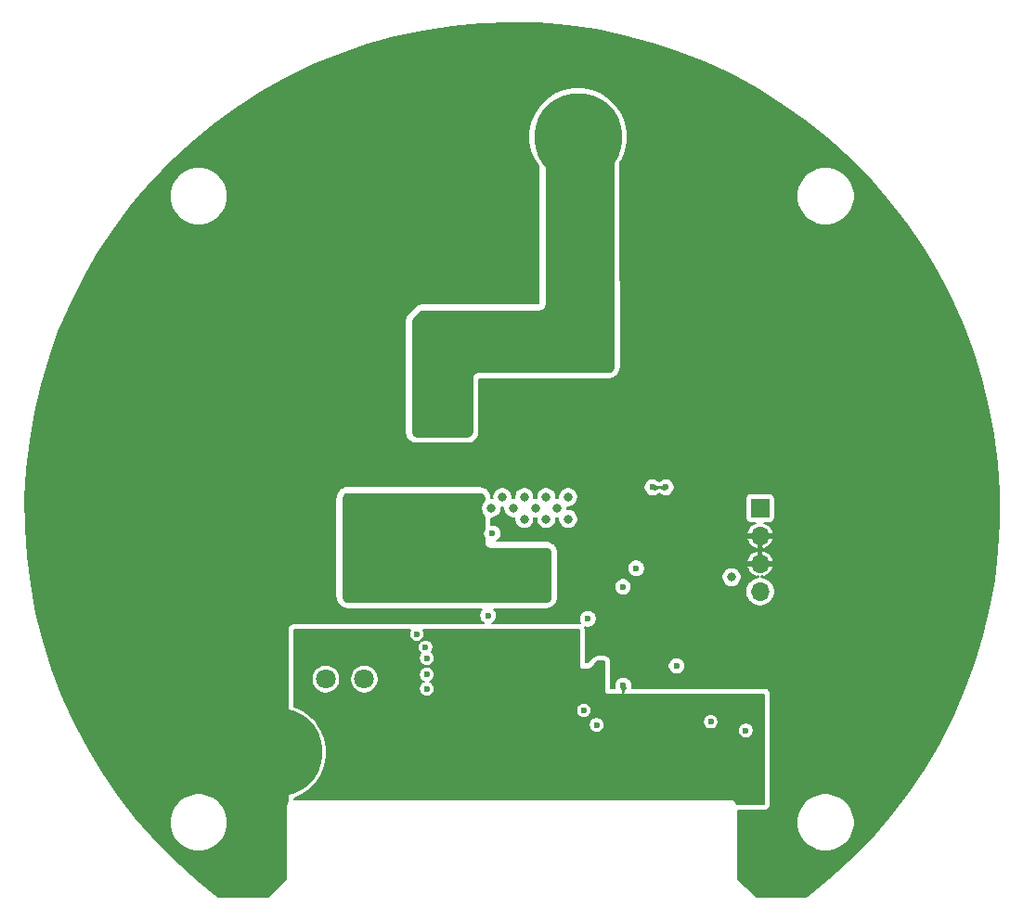
<source format=gbr>
%TF.GenerationSoftware,KiCad,Pcbnew,(5.1.7)-1*%
%TF.CreationDate,2021-06-07T20:06:36+03:00*%
%TF.ProjectId,SynchronousBuck,53796e63-6872-46f6-9e6f-75734275636b,rev?*%
%TF.SameCoordinates,Original*%
%TF.FileFunction,Copper,L4,Bot*%
%TF.FilePolarity,Positive*%
%FSLAX46Y46*%
G04 Gerber Fmt 4.6, Leading zero omitted, Abs format (unit mm)*
G04 Created by KiCad (PCBNEW (5.1.7)-1) date 2021-06-07 20:06:36*
%MOMM*%
%LPD*%
G01*
G04 APERTURE LIST*
%TA.AperFunction,ComponentPad*%
%ADD10C,1.800000*%
%TD*%
%TA.AperFunction,ComponentPad*%
%ADD11C,8.000000*%
%TD*%
%TA.AperFunction,ComponentPad*%
%ADD12O,1.700000X1.700000*%
%TD*%
%TA.AperFunction,ComponentPad*%
%ADD13R,1.700000X1.700000*%
%TD*%
%TA.AperFunction,ViaPad*%
%ADD14C,0.800000*%
%TD*%
%TA.AperFunction,ViaPad*%
%ADD15C,0.600000*%
%TD*%
%TA.AperFunction,ViaPad*%
%ADD16C,0.400000*%
%TD*%
%TA.AperFunction,Conductor*%
%ADD17C,0.400000*%
%TD*%
%TA.AperFunction,Conductor*%
%ADD18C,0.200000*%
%TD*%
%TA.AperFunction,Conductor*%
%ADD19C,0.160000*%
%TD*%
%TA.AperFunction,Conductor*%
%ADD20C,0.100000*%
%TD*%
%TA.AperFunction,Conductor*%
%ADD21C,0.254000*%
%TD*%
%TA.AperFunction,Conductor*%
%ADD22C,0.025400*%
%TD*%
G04 APERTURE END LIST*
D10*
%TO.P,J104,2*%
%TO.N,GND*%
X83000000Y-115500000D03*
%TO.P,J104,1*%
%TO.N,Net-(C119-Pad2)*%
X86500000Y-115500000D03*
%TD*%
D11*
%TO.P,J103,2*%
%TO.N,GND*%
X94000000Y-66000000D03*
%TO.P,J103,1*%
%TO.N,/VOUT*%
X106000000Y-66000000D03*
%TD*%
%TO.P,J101,2*%
%TO.N,VCC*%
X90700000Y-122200000D03*
%TO.P,J101,1*%
%TO.N,GND*%
X78700000Y-122200000D03*
%TD*%
D12*
%TO.P,J102,4*%
%TO.N,Net-(D102-Pad1)*%
X122600000Y-107520000D03*
%TO.P,J102,3*%
%TO.N,GND*%
X122600000Y-104980000D03*
%TO.P,J102,2*%
X122600000Y-102440000D03*
D13*
%TO.P,J102,1*%
%TO.N,Net-(D103-Pad1)*%
X122600000Y-99900000D03*
%TD*%
D14*
%TO.N,GND*%
X105900000Y-90700000D03*
X107100000Y-90700000D03*
X103600000Y-90700000D03*
X104700000Y-90700000D03*
X108300000Y-90700000D03*
X101300000Y-90700000D03*
X102500000Y-90700000D03*
X115500000Y-113200000D03*
X109700000Y-106100000D03*
X115500000Y-112200000D03*
X115500000Y-111200000D03*
X115500000Y-110200000D03*
X116300000Y-112700000D03*
X116300000Y-111700000D03*
X116300000Y-110700000D03*
D15*
X107500000Y-102000000D03*
X112200000Y-99000000D03*
D14*
X107100000Y-91700000D03*
X105900000Y-91700000D03*
X104700000Y-91700000D03*
X103600000Y-91700000D03*
X102500000Y-91700000D03*
X103600000Y-93000000D03*
X102500000Y-93000000D03*
X101300000Y-93000000D03*
X101300000Y-91700000D03*
X108300000Y-91700000D03*
D15*
X121300000Y-120200000D03*
X118100000Y-119400000D03*
X112000000Y-103600000D03*
X106525000Y-118375000D03*
X107700000Y-119700000D03*
D16*
X56044999Y-99164999D03*
X57164999Y-108684999D03*
X57724999Y-88524999D03*
X59964999Y-116524999D03*
X61084999Y-80124999D03*
X62204999Y-94684999D03*
X63324999Y-104204999D03*
X63324999Y-123804999D03*
X65564999Y-73404999D03*
X66124999Y-85724999D03*
X66124999Y-112044999D03*
X68364999Y-129404999D03*
X69484999Y-119324999D03*
X70604999Y-67804999D03*
X70604999Y-79004999D03*
X70604999Y-91884999D03*
X71724999Y-106444999D03*
X73964999Y-134444999D03*
X75084999Y-113724999D03*
X75644999Y-84604999D03*
X75644999Y-97484999D03*
X76204999Y-72844999D03*
X77324999Y-62764999D03*
X77324999Y-127164999D03*
X80124999Y-90764999D03*
X80124999Y-103644999D03*
X81244999Y-78444999D03*
X82364999Y-68364999D03*
X84604999Y-59404999D03*
X85164999Y-96364999D03*
X85724999Y-85164999D03*
X87404999Y-73964999D03*
X93004999Y-57164999D03*
X93004999Y-79004999D03*
X95804999Y-70604999D03*
X98044999Y-92444999D03*
X98604999Y-62204999D03*
X101404999Y-76764999D03*
X103644999Y-56604999D03*
X104764999Y-105884999D03*
X110364999Y-60524999D03*
X110364999Y-73964999D03*
X110364999Y-84604999D03*
X110364999Y-98604999D03*
X114284999Y-67244999D03*
X114284999Y-91324999D03*
X115404999Y-107004999D03*
X115964999Y-79004999D03*
X119324999Y-96924999D03*
X119884999Y-61644999D03*
X119884999Y-72284999D03*
X119884999Y-85724999D03*
X119884999Y-113164999D03*
X121004999Y-127724999D03*
X124364999Y-102524999D03*
X124364999Y-119324999D03*
X124924999Y-91324999D03*
X124924999Y-134444999D03*
X125484999Y-66684999D03*
X125484999Y-77324999D03*
X127724999Y-109804999D03*
X129404999Y-84044999D03*
X129404999Y-124924999D03*
X129964999Y-96924999D03*
X131644999Y-71164999D03*
X132204999Y-115964999D03*
X133324999Y-104204999D03*
X134444999Y-89644999D03*
X135004999Y-78444999D03*
X137244999Y-121564999D03*
X137804999Y-110364999D03*
X138924999Y-98604999D03*
X140044999Y-84044999D03*
X142844999Y-91884999D03*
X143404999Y-104764999D03*
D15*
X91300000Y-111400000D03*
X92100000Y-112600000D03*
X92200000Y-113600000D03*
X92200000Y-116400000D03*
X92200000Y-115100000D03*
X130000000Y-107500000D03*
X128400000Y-105800000D03*
X127700000Y-97100000D03*
X126000000Y-95600000D03*
X118500000Y-99900000D03*
X120100000Y-98400000D03*
D14*
%TO.N,VCC*%
X105500000Y-121000000D03*
X101000000Y-119000000D03*
X98300000Y-119600000D03*
X96000000Y-121000000D03*
X99500000Y-121000000D03*
X102500000Y-121000000D03*
X122500000Y-126000000D03*
X122500000Y-123000000D03*
X121000000Y-124500000D03*
X119500000Y-126000000D03*
X116500000Y-126000000D03*
X113500000Y-126000000D03*
X113500000Y-123000000D03*
X115000000Y-124500000D03*
X111500000Y-124500000D03*
X110000000Y-126000000D03*
X110000000Y-123000000D03*
X107000000Y-126000000D03*
X107000000Y-123000000D03*
X104000000Y-126000000D03*
X104000000Y-123000000D03*
X108500000Y-124500000D03*
X105500000Y-124500000D03*
X101000000Y-126000000D03*
X101000000Y-123000000D03*
X102500000Y-124500000D03*
X98000000Y-126000000D03*
X99500000Y-124500000D03*
X98000000Y-123000000D03*
X96000000Y-124500000D03*
X118000000Y-124500000D03*
D15*
X110135000Y-116100000D03*
D14*
%TO.N,Net-(Q102-Pad1)*%
X105100000Y-98900000D03*
X104100000Y-99900000D03*
X105100000Y-100900000D03*
X103100000Y-100900000D03*
X101100000Y-100900000D03*
X100100000Y-99900000D03*
X102100000Y-99900000D03*
X103100000Y-98900000D03*
X101100000Y-98900000D03*
X99100000Y-98900000D03*
X98100000Y-99900000D03*
D15*
%TO.N,Net-(R112-Pad2)*%
X114000000Y-98000000D03*
X112800000Y-98000000D03*
D14*
%TO.N,/SW*%
X90000000Y-99500000D03*
X90000000Y-100500000D03*
X90000000Y-101500000D03*
X90000000Y-102500000D03*
X90000000Y-103500000D03*
X90000000Y-104500000D03*
X90000000Y-105500000D03*
X90000000Y-106500000D03*
X90000000Y-107500000D03*
X98000000Y-108000000D03*
X98000000Y-107000000D03*
X98000000Y-106000000D03*
X98000000Y-105000000D03*
X98000000Y-104000000D03*
X91000000Y-102000000D03*
X92000000Y-102000000D03*
X93000000Y-102000000D03*
X94000000Y-102000000D03*
X95000000Y-102000000D03*
X96000000Y-102000000D03*
D15*
%TO.N,/HO*%
X97800000Y-109700000D03*
X106900000Y-110000000D03*
%TO.N,/LO*%
X98200000Y-102200000D03*
X111300000Y-105400000D03*
D14*
%TO.N,/VOUT*%
X105000000Y-84000000D03*
X103000000Y-84000000D03*
X102000000Y-84000000D03*
X104000000Y-84000000D03*
X101000000Y-84000000D03*
X106000000Y-71000000D03*
X106000000Y-72000000D03*
X106000000Y-73000000D03*
X106000000Y-74000000D03*
X106000000Y-75000000D03*
X106000000Y-76000000D03*
X106000000Y-77000000D03*
X106000000Y-78000000D03*
X106000000Y-79000000D03*
X106000000Y-81000000D03*
X106000000Y-80000000D03*
X106000000Y-82000000D03*
X106000000Y-83000000D03*
X106000000Y-84000000D03*
D15*
X110100000Y-107100000D03*
X115000000Y-114300000D03*
D14*
X95000000Y-92000000D03*
X94000000Y-92000000D03*
X93000000Y-92000000D03*
X92000000Y-92000000D03*
X91500000Y-91000000D03*
X92500000Y-91000000D03*
X93500000Y-91000000D03*
X94500000Y-91000000D03*
X95000000Y-90000000D03*
X94000000Y-90000000D03*
X93000000Y-90000000D03*
X92000000Y-90000000D03*
X120000000Y-106200000D03*
%TD*%
D17*
%TO.N,GND*%
X94000000Y-66000000D02*
X94000000Y-67000000D01*
D18*
%TO.N,VCC*%
X108900000Y-119000000D02*
X107000000Y-119000000D01*
X110100000Y-117800000D02*
X108900000Y-119000000D01*
X110100000Y-116135000D02*
X110100000Y-117800000D01*
X110135000Y-116100000D02*
X110100000Y-116135000D01*
D19*
%TO.N,Net-(R112-Pad2)*%
X114000000Y-98000000D02*
X112800000Y-98000000D01*
%TD*%
D18*
%TO.N,GND*%
X102377800Y-55663980D02*
X105003010Y-55883037D01*
X107610642Y-56257404D01*
X110191451Y-56785755D01*
X112736389Y-57466237D01*
X115236498Y-58296454D01*
X117682974Y-59273485D01*
X120067167Y-60393872D01*
X122380753Y-61653703D01*
X124615537Y-63048520D01*
X126763666Y-64573417D01*
X128817576Y-66223027D01*
X130770054Y-67991559D01*
X132614191Y-69872750D01*
X134343523Y-71860011D01*
X135951950Y-73946327D01*
X137433826Y-76124380D01*
X138783908Y-78386461D01*
X139997462Y-80724635D01*
X141070209Y-83130665D01*
X141998379Y-85596085D01*
X142778701Y-88112220D01*
X143408420Y-90670176D01*
X143885334Y-93261004D01*
X144207754Y-95875545D01*
X144374547Y-98504606D01*
X144385126Y-101138928D01*
X144239455Y-103769243D01*
X143938045Y-106386301D01*
X143481958Y-108980865D01*
X142872800Y-111543814D01*
X142112717Y-114066117D01*
X141204377Y-116538920D01*
X140150992Y-118953481D01*
X138956257Y-121301330D01*
X137624378Y-123574198D01*
X136160057Y-125764062D01*
X134568440Y-127863229D01*
X132855120Y-129864321D01*
X131026142Y-131760276D01*
X129087948Y-133544416D01*
X127041802Y-135215004D01*
X126798079Y-135400000D01*
X122248528Y-135400000D01*
X120600000Y-133751473D01*
X120600000Y-128323268D01*
X125934270Y-128323268D01*
X125934270Y-128845272D01*
X126036108Y-129357246D01*
X126235871Y-129839516D01*
X126525881Y-130273546D01*
X126894994Y-130642659D01*
X127329024Y-130932669D01*
X127811294Y-131132432D01*
X128323268Y-131234270D01*
X128845272Y-131234270D01*
X129357246Y-131132432D01*
X129839516Y-130932669D01*
X130273546Y-130642659D01*
X130642659Y-130273546D01*
X130932669Y-129839516D01*
X131132432Y-129357246D01*
X131234270Y-128845272D01*
X131234270Y-128323268D01*
X131132432Y-127811294D01*
X130932669Y-127329024D01*
X130642659Y-126894994D01*
X130273546Y-126525881D01*
X129839516Y-126235871D01*
X129357246Y-126036108D01*
X128845272Y-125934270D01*
X128323268Y-125934270D01*
X127811294Y-126036108D01*
X127329024Y-126235871D01*
X126894994Y-126525881D01*
X126525881Y-126894994D01*
X126235871Y-127329024D01*
X126036108Y-127811294D01*
X125934270Y-128323268D01*
X120600000Y-128323268D01*
X120600000Y-127500000D01*
X123000000Y-127500000D01*
X123097542Y-127490393D01*
X123191339Y-127461941D01*
X123262050Y-127432652D01*
X123348498Y-127386444D01*
X123424266Y-127324262D01*
X123486447Y-127248494D01*
X123532652Y-127162050D01*
X123561941Y-127091339D01*
X123590393Y-126997545D01*
X123600000Y-126900000D01*
X123600000Y-116900000D01*
X123590393Y-116802458D01*
X123561941Y-116708661D01*
X123532652Y-116637950D01*
X123486444Y-116551502D01*
X123424262Y-116475734D01*
X123348494Y-116413553D01*
X123262050Y-116367348D01*
X123191339Y-116338059D01*
X123097545Y-116309607D01*
X123000000Y-116300000D01*
X110910891Y-116300000D01*
X110935000Y-116178793D01*
X110935000Y-116021207D01*
X110904257Y-115866649D01*
X110843951Y-115721058D01*
X110756401Y-115590030D01*
X110644970Y-115478599D01*
X110513942Y-115391049D01*
X110368351Y-115330743D01*
X110213793Y-115300000D01*
X110056207Y-115300000D01*
X109901649Y-115330743D01*
X109756058Y-115391049D01*
X109625030Y-115478599D01*
X109513599Y-115590030D01*
X109426049Y-115721058D01*
X109365743Y-115866649D01*
X109335000Y-116021207D01*
X109335000Y-116178793D01*
X109359109Y-116300000D01*
X109000000Y-116300000D01*
X109000000Y-114221207D01*
X114200000Y-114221207D01*
X114200000Y-114378793D01*
X114230743Y-114533351D01*
X114291049Y-114678942D01*
X114378599Y-114809970D01*
X114490030Y-114921401D01*
X114621058Y-115008951D01*
X114766649Y-115069257D01*
X114921207Y-115100000D01*
X115078793Y-115100000D01*
X115233351Y-115069257D01*
X115378942Y-115008951D01*
X115509970Y-114921401D01*
X115621401Y-114809970D01*
X115708951Y-114678942D01*
X115769257Y-114533351D01*
X115800000Y-114378793D01*
X115800000Y-114221207D01*
X115769257Y-114066649D01*
X115708951Y-113921058D01*
X115621401Y-113790030D01*
X115509970Y-113678599D01*
X115378942Y-113591049D01*
X115233351Y-113530743D01*
X115078793Y-113500000D01*
X114921207Y-113500000D01*
X114766649Y-113530743D01*
X114621058Y-113591049D01*
X114490030Y-113678599D01*
X114378599Y-113790030D01*
X114291049Y-113921058D01*
X114230743Y-114066649D01*
X114200000Y-114221207D01*
X109000000Y-114221207D01*
X109000000Y-113900000D01*
X108990393Y-113802458D01*
X108961941Y-113708661D01*
X108932652Y-113637950D01*
X108886444Y-113551502D01*
X108824262Y-113475734D01*
X108748494Y-113413553D01*
X108662050Y-113367348D01*
X108591339Y-113338059D01*
X108497545Y-113309607D01*
X108400000Y-113300000D01*
X107841421Y-113300000D01*
X107743876Y-113309607D01*
X107650080Y-113338060D01*
X107579370Y-113367349D01*
X107492926Y-113413554D01*
X107417158Y-113475736D01*
X106892894Y-114000000D01*
X106700000Y-114000000D01*
X106700000Y-111000029D01*
X106690385Y-110902446D01*
X106661925Y-110808652D01*
X106641244Y-110758734D01*
X106666649Y-110769257D01*
X106821207Y-110800000D01*
X106978793Y-110800000D01*
X107133351Y-110769257D01*
X107278942Y-110708951D01*
X107409970Y-110621401D01*
X107521401Y-110509970D01*
X107608951Y-110378942D01*
X107669257Y-110233351D01*
X107700000Y-110078793D01*
X107700000Y-109921207D01*
X107669257Y-109766649D01*
X107608951Y-109621058D01*
X107521401Y-109490030D01*
X107409970Y-109378599D01*
X107278942Y-109291049D01*
X107133351Y-109230743D01*
X106978793Y-109200000D01*
X106821207Y-109200000D01*
X106666649Y-109230743D01*
X106521058Y-109291049D01*
X106390030Y-109378599D01*
X106278599Y-109490030D01*
X106191049Y-109621058D01*
X106130743Y-109766649D01*
X106100000Y-109921207D01*
X106100000Y-110078793D01*
X106130743Y-110233351D01*
X106191049Y-110378942D01*
X106215136Y-110414991D01*
X106197374Y-110409608D01*
X106099826Y-110400029D01*
X98188860Y-110402324D01*
X98309970Y-110321401D01*
X98421401Y-110209970D01*
X98508951Y-110078942D01*
X98569257Y-109933351D01*
X98600000Y-109778793D01*
X98600000Y-109621207D01*
X98569257Y-109466649D01*
X98508951Y-109321058D01*
X98421401Y-109190030D01*
X98339371Y-109108000D01*
X103075000Y-109108000D01*
X103154359Y-109102799D01*
X103283769Y-109085762D01*
X103437081Y-109044682D01*
X103557671Y-108994732D01*
X103695130Y-108915370D01*
X103798683Y-108835910D01*
X103910910Y-108723683D01*
X103990370Y-108620130D01*
X104069732Y-108482671D01*
X104119682Y-108362081D01*
X104160762Y-108208769D01*
X104177799Y-108079359D01*
X104183000Y-108000000D01*
X104183000Y-107021207D01*
X109300000Y-107021207D01*
X109300000Y-107178793D01*
X109330743Y-107333351D01*
X109391049Y-107478942D01*
X109478599Y-107609970D01*
X109590030Y-107721401D01*
X109721058Y-107808951D01*
X109866649Y-107869257D01*
X110021207Y-107900000D01*
X110178793Y-107900000D01*
X110333351Y-107869257D01*
X110478942Y-107808951D01*
X110609970Y-107721401D01*
X110721401Y-107609970D01*
X110808951Y-107478942D01*
X110847019Y-107387037D01*
X121250000Y-107387037D01*
X121250000Y-107652963D01*
X121301880Y-107913780D01*
X121403646Y-108159465D01*
X121551387Y-108380575D01*
X121739425Y-108568613D01*
X121960535Y-108716354D01*
X122206220Y-108818120D01*
X122467037Y-108870000D01*
X122732963Y-108870000D01*
X122993780Y-108818120D01*
X123239465Y-108716354D01*
X123460575Y-108568613D01*
X123648613Y-108380575D01*
X123796354Y-108159465D01*
X123898120Y-107913780D01*
X123950000Y-107652963D01*
X123950000Y-107387037D01*
X123898120Y-107126220D01*
X123796354Y-106880535D01*
X123648613Y-106659425D01*
X123460575Y-106471387D01*
X123239465Y-106323646D01*
X122993780Y-106221880D01*
X122750002Y-106173389D01*
X122750002Y-106120975D01*
X122942284Y-106182230D01*
X123170251Y-106092353D01*
X123376303Y-105959729D01*
X123552522Y-105789455D01*
X123692136Y-105588074D01*
X123789780Y-105363325D01*
X123802223Y-105322283D01*
X123740175Y-105130000D01*
X122750000Y-105130000D01*
X122750000Y-105150000D01*
X122450000Y-105150000D01*
X122450000Y-105130000D01*
X121459825Y-105130000D01*
X121397777Y-105322283D01*
X121410220Y-105363325D01*
X121507864Y-105588074D01*
X121647478Y-105789455D01*
X121823697Y-105959729D01*
X122029749Y-106092353D01*
X122257716Y-106182230D01*
X122449998Y-106120975D01*
X122449998Y-106173389D01*
X122206220Y-106221880D01*
X121960535Y-106323646D01*
X121739425Y-106471387D01*
X121551387Y-106659425D01*
X121403646Y-106880535D01*
X121301880Y-107126220D01*
X121250000Y-107387037D01*
X110847019Y-107387037D01*
X110869257Y-107333351D01*
X110900000Y-107178793D01*
X110900000Y-107021207D01*
X110869257Y-106866649D01*
X110808951Y-106721058D01*
X110721401Y-106590030D01*
X110609970Y-106478599D01*
X110478942Y-106391049D01*
X110333351Y-106330743D01*
X110178793Y-106300000D01*
X110021207Y-106300000D01*
X109866649Y-106330743D01*
X109721058Y-106391049D01*
X109590030Y-106478599D01*
X109478599Y-106590030D01*
X109391049Y-106721058D01*
X109330743Y-106866649D01*
X109300000Y-107021207D01*
X104183000Y-107021207D01*
X104183000Y-105321207D01*
X110500000Y-105321207D01*
X110500000Y-105478793D01*
X110530743Y-105633351D01*
X110591049Y-105778942D01*
X110678599Y-105909970D01*
X110790030Y-106021401D01*
X110921058Y-106108951D01*
X111066649Y-106169257D01*
X111221207Y-106200000D01*
X111378793Y-106200000D01*
X111533351Y-106169257D01*
X111673131Y-106111358D01*
X119100000Y-106111358D01*
X119100000Y-106288642D01*
X119134586Y-106462520D01*
X119202430Y-106626310D01*
X119300924Y-106773717D01*
X119426283Y-106899076D01*
X119573690Y-106997570D01*
X119737480Y-107065414D01*
X119911358Y-107100000D01*
X120088642Y-107100000D01*
X120262520Y-107065414D01*
X120426310Y-106997570D01*
X120573717Y-106899076D01*
X120699076Y-106773717D01*
X120797570Y-106626310D01*
X120865414Y-106462520D01*
X120900000Y-106288642D01*
X120900000Y-106111358D01*
X120865414Y-105937480D01*
X120797570Y-105773690D01*
X120699076Y-105626283D01*
X120573717Y-105500924D01*
X120426310Y-105402430D01*
X120262520Y-105334586D01*
X120088642Y-105300000D01*
X119911358Y-105300000D01*
X119737480Y-105334586D01*
X119573690Y-105402430D01*
X119426283Y-105500924D01*
X119300924Y-105626283D01*
X119202430Y-105773690D01*
X119134586Y-105937480D01*
X119100000Y-106111358D01*
X111673131Y-106111358D01*
X111678942Y-106108951D01*
X111809970Y-106021401D01*
X111921401Y-105909970D01*
X112008951Y-105778942D01*
X112069257Y-105633351D01*
X112100000Y-105478793D01*
X112100000Y-105321207D01*
X112069257Y-105166649D01*
X112008951Y-105021058D01*
X111921401Y-104890030D01*
X111809970Y-104778599D01*
X111678942Y-104691049D01*
X111550188Y-104637717D01*
X121397777Y-104637717D01*
X121459825Y-104830000D01*
X122450000Y-104830000D01*
X122450000Y-103839026D01*
X122750000Y-103839026D01*
X122750000Y-104830000D01*
X123740175Y-104830000D01*
X123802223Y-104637717D01*
X123789780Y-104596675D01*
X123692136Y-104371926D01*
X123552522Y-104170545D01*
X123376303Y-104000271D01*
X123170251Y-103867647D01*
X122942284Y-103777770D01*
X122750000Y-103839026D01*
X122450000Y-103839026D01*
X122257716Y-103777770D01*
X122029749Y-103867647D01*
X121823697Y-104000271D01*
X121647478Y-104170545D01*
X121507864Y-104371926D01*
X121410220Y-104596675D01*
X121397777Y-104637717D01*
X111550188Y-104637717D01*
X111533351Y-104630743D01*
X111378793Y-104600000D01*
X111221207Y-104600000D01*
X111066649Y-104630743D01*
X110921058Y-104691049D01*
X110790030Y-104778599D01*
X110678599Y-104890030D01*
X110591049Y-105021058D01*
X110530743Y-105166649D01*
X110500000Y-105321207D01*
X104183000Y-105321207D01*
X104183000Y-104000000D01*
X104177799Y-103920641D01*
X104160762Y-103791231D01*
X104119682Y-103637919D01*
X104069732Y-103517329D01*
X103990370Y-103379870D01*
X103910910Y-103276317D01*
X103798683Y-103164090D01*
X103695130Y-103084630D01*
X103557671Y-103005268D01*
X103437081Y-102955318D01*
X103283769Y-102914238D01*
X103154359Y-102897201D01*
X103075000Y-102892000D01*
X98604311Y-102892000D01*
X98709970Y-102821401D01*
X98749088Y-102782283D01*
X121397777Y-102782283D01*
X121410220Y-102823325D01*
X121507864Y-103048074D01*
X121647478Y-103249455D01*
X121823697Y-103419729D01*
X122029749Y-103552353D01*
X122257716Y-103642230D01*
X122450000Y-103580974D01*
X122450000Y-102590000D01*
X122750000Y-102590000D01*
X122750000Y-103580974D01*
X122942284Y-103642230D01*
X123170251Y-103552353D01*
X123376303Y-103419729D01*
X123552522Y-103249455D01*
X123692136Y-103048074D01*
X123789780Y-102823325D01*
X123802223Y-102782283D01*
X123740175Y-102590000D01*
X122750000Y-102590000D01*
X122450000Y-102590000D01*
X121459825Y-102590000D01*
X121397777Y-102782283D01*
X98749088Y-102782283D01*
X98821401Y-102709970D01*
X98908951Y-102578942D01*
X98969257Y-102433351D01*
X99000000Y-102278793D01*
X99000000Y-102121207D01*
X98969257Y-101966649D01*
X98908951Y-101821058D01*
X98821401Y-101690030D01*
X98709970Y-101578599D01*
X98578942Y-101491049D01*
X98433351Y-101430743D01*
X98278793Y-101400000D01*
X98121207Y-101400000D01*
X98108000Y-101402627D01*
X98108000Y-100800000D01*
X98188642Y-100800000D01*
X98362520Y-100765414D01*
X98526310Y-100697570D01*
X98673717Y-100599076D01*
X98799076Y-100473717D01*
X98897570Y-100326310D01*
X98965414Y-100162520D01*
X99000000Y-99988642D01*
X99000000Y-99811358D01*
X98997180Y-99797180D01*
X99011358Y-99800000D01*
X99188642Y-99800000D01*
X99202820Y-99797180D01*
X99200000Y-99811358D01*
X99200000Y-99988642D01*
X99234586Y-100162520D01*
X99302430Y-100326310D01*
X99400924Y-100473717D01*
X99526283Y-100599076D01*
X99673690Y-100697570D01*
X99837480Y-100765414D01*
X100011358Y-100800000D01*
X100188642Y-100800000D01*
X100202820Y-100797180D01*
X100200000Y-100811358D01*
X100200000Y-100988642D01*
X100234586Y-101162520D01*
X100302430Y-101326310D01*
X100400924Y-101473717D01*
X100526283Y-101599076D01*
X100673690Y-101697570D01*
X100837480Y-101765414D01*
X101011358Y-101800000D01*
X101188642Y-101800000D01*
X101362520Y-101765414D01*
X101526310Y-101697570D01*
X101673717Y-101599076D01*
X101799076Y-101473717D01*
X101897570Y-101326310D01*
X101965414Y-101162520D01*
X102000000Y-100988642D01*
X102000000Y-100811358D01*
X101997180Y-100797180D01*
X102011358Y-100800000D01*
X102188642Y-100800000D01*
X102202820Y-100797180D01*
X102200000Y-100811358D01*
X102200000Y-100988642D01*
X102234586Y-101162520D01*
X102302430Y-101326310D01*
X102400924Y-101473717D01*
X102526283Y-101599076D01*
X102673690Y-101697570D01*
X102837480Y-101765414D01*
X103011358Y-101800000D01*
X103188642Y-101800000D01*
X103362520Y-101765414D01*
X103526310Y-101697570D01*
X103673717Y-101599076D01*
X103799076Y-101473717D01*
X103897570Y-101326310D01*
X103965414Y-101162520D01*
X104000000Y-100988642D01*
X104000000Y-100811358D01*
X103997180Y-100797180D01*
X104011358Y-100800000D01*
X104188642Y-100800000D01*
X104202820Y-100797180D01*
X104200000Y-100811358D01*
X104200000Y-100988642D01*
X104234586Y-101162520D01*
X104302430Y-101326310D01*
X104400924Y-101473717D01*
X104526283Y-101599076D01*
X104673690Y-101697570D01*
X104837480Y-101765414D01*
X105011358Y-101800000D01*
X105188642Y-101800000D01*
X105362520Y-101765414D01*
X105526310Y-101697570D01*
X105673717Y-101599076D01*
X105799076Y-101473717D01*
X105897570Y-101326310D01*
X105965414Y-101162520D01*
X106000000Y-100988642D01*
X106000000Y-100811358D01*
X105965414Y-100637480D01*
X105897570Y-100473690D01*
X105799076Y-100326283D01*
X105673717Y-100200924D01*
X105526310Y-100102430D01*
X105362520Y-100034586D01*
X105188642Y-100000000D01*
X105011358Y-100000000D01*
X104997180Y-100002820D01*
X105000000Y-99988642D01*
X105000000Y-99811358D01*
X104997180Y-99797180D01*
X105011358Y-99800000D01*
X105188642Y-99800000D01*
X105362520Y-99765414D01*
X105526310Y-99697570D01*
X105673717Y-99599076D01*
X105799076Y-99473717D01*
X105897570Y-99326310D01*
X105965414Y-99162520D01*
X105987795Y-99050000D01*
X121247581Y-99050000D01*
X121247581Y-100750000D01*
X121257235Y-100848017D01*
X121285825Y-100942267D01*
X121332254Y-101029129D01*
X121394736Y-101105264D01*
X121470871Y-101167746D01*
X121557733Y-101214175D01*
X121651983Y-101242765D01*
X121750000Y-101252419D01*
X122220560Y-101252419D01*
X122029749Y-101327647D01*
X121823697Y-101460271D01*
X121647478Y-101630545D01*
X121507864Y-101831926D01*
X121410220Y-102056675D01*
X121397777Y-102097717D01*
X121459825Y-102290000D01*
X122450000Y-102290000D01*
X122450000Y-102270000D01*
X122750000Y-102270000D01*
X122750000Y-102290000D01*
X123740175Y-102290000D01*
X123802223Y-102097717D01*
X123789780Y-102056675D01*
X123692136Y-101831926D01*
X123552522Y-101630545D01*
X123376303Y-101460271D01*
X123170251Y-101327647D01*
X122979440Y-101252419D01*
X123450000Y-101252419D01*
X123548017Y-101242765D01*
X123642267Y-101214175D01*
X123729129Y-101167746D01*
X123805264Y-101105264D01*
X123867746Y-101029129D01*
X123914175Y-100942267D01*
X123942765Y-100848017D01*
X123952419Y-100750000D01*
X123952419Y-99050000D01*
X123942765Y-98951983D01*
X123914175Y-98857733D01*
X123867746Y-98770871D01*
X123805264Y-98694736D01*
X123729129Y-98632254D01*
X123642267Y-98585825D01*
X123548017Y-98557235D01*
X123450000Y-98547581D01*
X121750000Y-98547581D01*
X121651983Y-98557235D01*
X121557733Y-98585825D01*
X121470871Y-98632254D01*
X121394736Y-98694736D01*
X121332254Y-98770871D01*
X121285825Y-98857733D01*
X121257235Y-98951983D01*
X121247581Y-99050000D01*
X105987795Y-99050000D01*
X106000000Y-98988642D01*
X106000000Y-98811358D01*
X105965414Y-98637480D01*
X105897570Y-98473690D01*
X105799076Y-98326283D01*
X105673717Y-98200924D01*
X105526310Y-98102430D01*
X105362520Y-98034586D01*
X105188642Y-98000000D01*
X105011358Y-98000000D01*
X104837480Y-98034586D01*
X104673690Y-98102430D01*
X104526283Y-98200924D01*
X104400924Y-98326283D01*
X104302430Y-98473690D01*
X104234586Y-98637480D01*
X104200000Y-98811358D01*
X104200000Y-98988642D01*
X104202820Y-99002820D01*
X104188642Y-99000000D01*
X104011358Y-99000000D01*
X103997180Y-99002820D01*
X104000000Y-98988642D01*
X104000000Y-98811358D01*
X103965414Y-98637480D01*
X103897570Y-98473690D01*
X103799076Y-98326283D01*
X103673717Y-98200924D01*
X103526310Y-98102430D01*
X103362520Y-98034586D01*
X103188642Y-98000000D01*
X103011358Y-98000000D01*
X102837480Y-98034586D01*
X102673690Y-98102430D01*
X102526283Y-98200924D01*
X102400924Y-98326283D01*
X102302430Y-98473690D01*
X102234586Y-98637480D01*
X102200000Y-98811358D01*
X102200000Y-98988642D01*
X102202820Y-99002820D01*
X102188642Y-99000000D01*
X102011358Y-99000000D01*
X101997180Y-99002820D01*
X102000000Y-98988642D01*
X102000000Y-98811358D01*
X101965414Y-98637480D01*
X101897570Y-98473690D01*
X101799076Y-98326283D01*
X101673717Y-98200924D01*
X101526310Y-98102430D01*
X101362520Y-98034586D01*
X101188642Y-98000000D01*
X101011358Y-98000000D01*
X100837480Y-98034586D01*
X100673690Y-98102430D01*
X100526283Y-98200924D01*
X100400924Y-98326283D01*
X100302430Y-98473690D01*
X100234586Y-98637480D01*
X100200000Y-98811358D01*
X100200000Y-98988642D01*
X100202820Y-99002820D01*
X100188642Y-99000000D01*
X100011358Y-99000000D01*
X99997180Y-99002820D01*
X100000000Y-98988642D01*
X100000000Y-98811358D01*
X99965414Y-98637480D01*
X99897570Y-98473690D01*
X99799076Y-98326283D01*
X99673717Y-98200924D01*
X99526310Y-98102430D01*
X99362520Y-98034586D01*
X99188642Y-98000000D01*
X99011358Y-98000000D01*
X98837480Y-98034586D01*
X98673690Y-98102430D01*
X98526283Y-98200924D01*
X98400924Y-98326283D01*
X98302430Y-98473690D01*
X98234586Y-98637480D01*
X98200000Y-98811358D01*
X98200000Y-98988642D01*
X98202820Y-99002820D01*
X98188642Y-99000000D01*
X98108000Y-99000000D01*
X98102799Y-98920641D01*
X98085762Y-98791231D01*
X98044682Y-98637919D01*
X97994732Y-98517329D01*
X97915370Y-98379870D01*
X97835910Y-98276317D01*
X97723683Y-98164090D01*
X97620130Y-98084630D01*
X97482671Y-98005268D01*
X97362081Y-97955318D01*
X97234778Y-97921207D01*
X112000000Y-97921207D01*
X112000000Y-98078793D01*
X112030743Y-98233351D01*
X112091049Y-98378942D01*
X112178599Y-98509970D01*
X112290030Y-98621401D01*
X112421058Y-98708951D01*
X112566649Y-98769257D01*
X112721207Y-98800000D01*
X112878793Y-98800000D01*
X113033351Y-98769257D01*
X113178942Y-98708951D01*
X113211702Y-98687061D01*
X113217463Y-98684017D01*
X113245512Y-98668014D01*
X113290502Y-98640384D01*
X113309020Y-98628442D01*
X113348354Y-98601830D01*
X113352737Y-98598831D01*
X113378661Y-98580887D01*
X113400000Y-98580011D01*
X113421338Y-98580887D01*
X113447262Y-98598831D01*
X113451645Y-98601830D01*
X113490979Y-98628442D01*
X113509497Y-98640384D01*
X113554487Y-98668014D01*
X113582540Y-98684018D01*
X113588293Y-98687058D01*
X113621058Y-98708951D01*
X113766649Y-98769257D01*
X113921207Y-98800000D01*
X114078793Y-98800000D01*
X114233351Y-98769257D01*
X114378942Y-98708951D01*
X114509970Y-98621401D01*
X114621401Y-98509970D01*
X114708951Y-98378942D01*
X114769257Y-98233351D01*
X114800000Y-98078793D01*
X114800000Y-97921207D01*
X114769257Y-97766649D01*
X114708951Y-97621058D01*
X114621401Y-97490030D01*
X114509970Y-97378599D01*
X114378942Y-97291049D01*
X114233351Y-97230743D01*
X114078793Y-97200000D01*
X113921207Y-97200000D01*
X113766649Y-97230743D01*
X113621058Y-97291049D01*
X113588305Y-97312934D01*
X113582546Y-97315977D01*
X113554487Y-97331985D01*
X113509497Y-97359615D01*
X113490979Y-97371557D01*
X113451645Y-97398169D01*
X113447262Y-97401168D01*
X113421338Y-97419112D01*
X113400000Y-97419989D01*
X113378661Y-97419112D01*
X113352737Y-97401168D01*
X113348354Y-97398169D01*
X113309020Y-97371557D01*
X113290502Y-97359615D01*
X113245512Y-97331985D01*
X113217456Y-97315979D01*
X113211701Y-97312938D01*
X113178942Y-97291049D01*
X113033351Y-97230743D01*
X112878793Y-97200000D01*
X112721207Y-97200000D01*
X112566649Y-97230743D01*
X112421058Y-97291049D01*
X112290030Y-97378599D01*
X112178599Y-97490030D01*
X112091049Y-97621058D01*
X112030743Y-97766649D01*
X112000000Y-97921207D01*
X97234778Y-97921207D01*
X97208769Y-97914238D01*
X97079359Y-97897201D01*
X97000000Y-97892000D01*
X85000000Y-97892000D01*
X84920641Y-97897201D01*
X84791231Y-97914238D01*
X84637919Y-97955318D01*
X84517329Y-98005268D01*
X84379870Y-98084630D01*
X84276317Y-98164090D01*
X84164090Y-98276317D01*
X84084630Y-98379870D01*
X84005268Y-98517329D01*
X83955318Y-98637919D01*
X83914238Y-98791231D01*
X83897201Y-98920641D01*
X83892000Y-99000000D01*
X83892000Y-108000000D01*
X83897201Y-108079359D01*
X83914238Y-108208769D01*
X83955318Y-108362081D01*
X84005268Y-108482671D01*
X84084630Y-108620130D01*
X84164090Y-108723683D01*
X84276317Y-108835910D01*
X84379870Y-108915370D01*
X84517329Y-108994732D01*
X84637919Y-109044682D01*
X84791231Y-109085762D01*
X84920641Y-109102799D01*
X85000000Y-109108000D01*
X97260629Y-109108000D01*
X97178599Y-109190030D01*
X97091049Y-109321058D01*
X97030743Y-109466649D01*
X97000000Y-109621207D01*
X97000000Y-109778793D01*
X97030743Y-109933351D01*
X97091049Y-110078942D01*
X97178599Y-110209970D01*
X97290030Y-110321401D01*
X97411478Y-110402550D01*
X80099826Y-110407572D01*
X80002317Y-110417201D01*
X79908527Y-110445675D01*
X79837835Y-110474975D01*
X79751464Y-110521157D01*
X79675700Y-110583344D01*
X79613524Y-110659116D01*
X79567326Y-110745563D01*
X79538047Y-110816263D01*
X79509607Y-110910027D01*
X79500000Y-111007572D01*
X79500000Y-126663466D01*
X79498704Y-126665045D01*
X79442990Y-126769279D01*
X79408682Y-126882379D01*
X79397097Y-127000000D01*
X79400000Y-127029474D01*
X79400001Y-133751471D01*
X77751473Y-135400000D01*
X73209939Y-135400000D01*
X71300502Y-133877359D01*
X69341874Y-132115664D01*
X67491174Y-130240914D01*
X65810622Y-128323268D01*
X68765730Y-128323268D01*
X68765730Y-128845272D01*
X68867568Y-129357246D01*
X69067331Y-129839516D01*
X69357341Y-130273546D01*
X69726454Y-130642659D01*
X70160484Y-130932669D01*
X70642754Y-131132432D01*
X71154728Y-131234270D01*
X71676732Y-131234270D01*
X72188706Y-131132432D01*
X72670976Y-130932669D01*
X73105006Y-130642659D01*
X73474119Y-130273546D01*
X73764129Y-129839516D01*
X73963892Y-129357246D01*
X74065730Y-128845272D01*
X74065730Y-128323268D01*
X73963892Y-127811294D01*
X73764129Y-127329024D01*
X73474119Y-126894994D01*
X73105006Y-126525881D01*
X72670976Y-126235871D01*
X72188706Y-126036108D01*
X71676732Y-125934270D01*
X71154728Y-125934270D01*
X70642754Y-126036108D01*
X70160484Y-126235871D01*
X69726454Y-126525881D01*
X69357341Y-126894994D01*
X69067331Y-127329024D01*
X68867568Y-127811294D01*
X68765730Y-128323268D01*
X65810622Y-128323268D01*
X65754922Y-128259710D01*
X64139209Y-126179005D01*
X62649751Y-124006156D01*
X61291774Y-121748791D01*
X60070067Y-119414866D01*
X58988921Y-117012586D01*
X58052159Y-114550439D01*
X57263057Y-112037040D01*
X56624409Y-109481283D01*
X56138456Y-106892140D01*
X55806914Y-104278749D01*
X55630943Y-101650278D01*
X55611169Y-99016009D01*
X55747657Y-96385206D01*
X56039932Y-93767107D01*
X56486956Y-91170978D01*
X57087166Y-88605910D01*
X57838445Y-86080955D01*
X58738138Y-83605019D01*
X59039716Y-82907107D01*
X90192000Y-82907107D01*
X90192000Y-92900000D01*
X90197201Y-92979359D01*
X90214238Y-93108769D01*
X90255318Y-93262081D01*
X90305268Y-93382671D01*
X90384630Y-93520130D01*
X90464090Y-93623683D01*
X90576317Y-93735910D01*
X90679870Y-93815370D01*
X90817329Y-93894732D01*
X90937919Y-93944682D01*
X91091231Y-93985762D01*
X91220641Y-94002799D01*
X91300000Y-94008000D01*
X95900000Y-94008000D01*
X95979359Y-94002799D01*
X96108769Y-93985762D01*
X96262081Y-93944682D01*
X96382671Y-93894732D01*
X96520130Y-93815370D01*
X96623683Y-93735910D01*
X96735910Y-93623683D01*
X96815370Y-93520130D01*
X96894732Y-93382671D01*
X96944682Y-93262081D01*
X96985762Y-93108769D01*
X97002799Y-92979359D01*
X97008000Y-92900000D01*
X97008000Y-88108000D01*
X108799303Y-88108000D01*
X108878732Y-88102789D01*
X109008254Y-88085722D01*
X109161692Y-88044571D01*
X109282371Y-87994535D01*
X109419911Y-87915041D01*
X109523510Y-87835451D01*
X109635762Y-87723042D01*
X109715207Y-87619333D01*
X109794510Y-87481682D01*
X109844378Y-87360933D01*
X109885315Y-87207441D01*
X109902202Y-87077896D01*
X109907302Y-86998457D01*
X109885241Y-71154728D01*
X125934270Y-71154728D01*
X125934270Y-71676732D01*
X126036108Y-72188706D01*
X126235871Y-72670976D01*
X126525881Y-73105006D01*
X126894994Y-73474119D01*
X127329024Y-73764129D01*
X127811294Y-73963892D01*
X128323268Y-74065730D01*
X128845272Y-74065730D01*
X129357246Y-73963892D01*
X129839516Y-73764129D01*
X130273546Y-73474119D01*
X130642659Y-73105006D01*
X130932669Y-72670976D01*
X131132432Y-72188706D01*
X131234270Y-71676732D01*
X131234270Y-71154728D01*
X131132432Y-70642754D01*
X130932669Y-70160484D01*
X130642659Y-69726454D01*
X130273546Y-69357341D01*
X129839516Y-69067331D01*
X129357246Y-68867568D01*
X128845272Y-68765730D01*
X128323268Y-68765730D01*
X127811294Y-68867568D01*
X127329024Y-69067331D01*
X126894994Y-69357341D01*
X126525881Y-69726454D01*
X126235871Y-70160484D01*
X126036108Y-70642754D01*
X125934270Y-71154728D01*
X109885241Y-71154728D01*
X109881253Y-68291083D01*
X109987849Y-68131550D01*
X110327068Y-67312602D01*
X110500000Y-66443211D01*
X110500000Y-65556789D01*
X110327068Y-64687398D01*
X109987849Y-63868450D01*
X109495379Y-63131417D01*
X108868583Y-62504621D01*
X108131550Y-62012151D01*
X107312602Y-61672932D01*
X106443211Y-61500000D01*
X105556789Y-61500000D01*
X104687398Y-61672932D01*
X103868450Y-62012151D01*
X103131417Y-62504621D01*
X102504621Y-63131417D01*
X102012151Y-63868450D01*
X101672932Y-64687398D01*
X101500000Y-65556789D01*
X101500000Y-66443211D01*
X101672932Y-67312602D01*
X102012151Y-68131550D01*
X102392000Y-68700034D01*
X102392000Y-81192000D01*
X91907107Y-81192000D01*
X91827748Y-81197201D01*
X91698338Y-81214238D01*
X91545026Y-81255318D01*
X91424436Y-81305268D01*
X91286979Y-81384629D01*
X91183425Y-81464089D01*
X91123632Y-81516526D01*
X90516526Y-82123632D01*
X90464089Y-82183425D01*
X90384629Y-82286979D01*
X90305268Y-82424436D01*
X90255318Y-82545026D01*
X90214238Y-82698338D01*
X90197201Y-82827748D01*
X90192000Y-82907107D01*
X59039716Y-82907107D01*
X59783097Y-81186776D01*
X60969630Y-78834773D01*
X62293562Y-76557281D01*
X63750230Y-74362317D01*
X65334515Y-72257600D01*
X66272133Y-71154728D01*
X68765730Y-71154728D01*
X68765730Y-71676732D01*
X68867568Y-72188706D01*
X69067331Y-72670976D01*
X69357341Y-73105006D01*
X69726454Y-73474119D01*
X70160484Y-73764129D01*
X70642754Y-73963892D01*
X71154728Y-74065730D01*
X71676732Y-74065730D01*
X72188706Y-73963892D01*
X72670976Y-73764129D01*
X73105006Y-73474119D01*
X73474119Y-73105006D01*
X73764129Y-72670976D01*
X73963892Y-72188706D01*
X74065730Y-71676732D01*
X74065730Y-71154728D01*
X73963892Y-70642754D01*
X73764129Y-70160484D01*
X73474119Y-69726454D01*
X73105006Y-69357341D01*
X72670976Y-69067331D01*
X72188706Y-68867568D01*
X71676732Y-68765730D01*
X71154728Y-68765730D01*
X70642754Y-68867568D01*
X70160484Y-69067331D01*
X69726454Y-69357341D01*
X69357341Y-69726454D01*
X69067331Y-70160484D01*
X68867568Y-70642754D01*
X68765730Y-71154728D01*
X66272133Y-71154728D01*
X67040839Y-70250540D01*
X68863181Y-68348221D01*
X70795140Y-66557322D01*
X72829909Y-64884153D01*
X74960321Y-63334607D01*
X77178902Y-61914123D01*
X79477794Y-60627730D01*
X81848953Y-59479930D01*
X84283994Y-58474782D01*
X86774367Y-57615815D01*
X89311297Y-56906054D01*
X91885851Y-56347999D01*
X94488992Y-55943611D01*
X97111505Y-55694320D01*
X99744183Y-55601000D01*
X102377800Y-55663980D01*
%TA.AperFunction,Conductor*%
D20*
G36*
X102377800Y-55663980D02*
G01*
X105003010Y-55883037D01*
X107610642Y-56257404D01*
X110191451Y-56785755D01*
X112736389Y-57466237D01*
X115236498Y-58296454D01*
X117682974Y-59273485D01*
X120067167Y-60393872D01*
X122380753Y-61653703D01*
X124615537Y-63048520D01*
X126763666Y-64573417D01*
X128817576Y-66223027D01*
X130770054Y-67991559D01*
X132614191Y-69872750D01*
X134343523Y-71860011D01*
X135951950Y-73946327D01*
X137433826Y-76124380D01*
X138783908Y-78386461D01*
X139997462Y-80724635D01*
X141070209Y-83130665D01*
X141998379Y-85596085D01*
X142778701Y-88112220D01*
X143408420Y-90670176D01*
X143885334Y-93261004D01*
X144207754Y-95875545D01*
X144374547Y-98504606D01*
X144385126Y-101138928D01*
X144239455Y-103769243D01*
X143938045Y-106386301D01*
X143481958Y-108980865D01*
X142872800Y-111543814D01*
X142112717Y-114066117D01*
X141204377Y-116538920D01*
X140150992Y-118953481D01*
X138956257Y-121301330D01*
X137624378Y-123574198D01*
X136160057Y-125764062D01*
X134568440Y-127863229D01*
X132855120Y-129864321D01*
X131026142Y-131760276D01*
X129087948Y-133544416D01*
X127041802Y-135215004D01*
X126798079Y-135400000D01*
X122248528Y-135400000D01*
X120600000Y-133751473D01*
X120600000Y-128323268D01*
X125934270Y-128323268D01*
X125934270Y-128845272D01*
X126036108Y-129357246D01*
X126235871Y-129839516D01*
X126525881Y-130273546D01*
X126894994Y-130642659D01*
X127329024Y-130932669D01*
X127811294Y-131132432D01*
X128323268Y-131234270D01*
X128845272Y-131234270D01*
X129357246Y-131132432D01*
X129839516Y-130932669D01*
X130273546Y-130642659D01*
X130642659Y-130273546D01*
X130932669Y-129839516D01*
X131132432Y-129357246D01*
X131234270Y-128845272D01*
X131234270Y-128323268D01*
X131132432Y-127811294D01*
X130932669Y-127329024D01*
X130642659Y-126894994D01*
X130273546Y-126525881D01*
X129839516Y-126235871D01*
X129357246Y-126036108D01*
X128845272Y-125934270D01*
X128323268Y-125934270D01*
X127811294Y-126036108D01*
X127329024Y-126235871D01*
X126894994Y-126525881D01*
X126525881Y-126894994D01*
X126235871Y-127329024D01*
X126036108Y-127811294D01*
X125934270Y-128323268D01*
X120600000Y-128323268D01*
X120600000Y-127500000D01*
X123000000Y-127500000D01*
X123097542Y-127490393D01*
X123191339Y-127461941D01*
X123262050Y-127432652D01*
X123348498Y-127386444D01*
X123424266Y-127324262D01*
X123486447Y-127248494D01*
X123532652Y-127162050D01*
X123561941Y-127091339D01*
X123590393Y-126997545D01*
X123600000Y-126900000D01*
X123600000Y-116900000D01*
X123590393Y-116802458D01*
X123561941Y-116708661D01*
X123532652Y-116637950D01*
X123486444Y-116551502D01*
X123424262Y-116475734D01*
X123348494Y-116413553D01*
X123262050Y-116367348D01*
X123191339Y-116338059D01*
X123097545Y-116309607D01*
X123000000Y-116300000D01*
X110910891Y-116300000D01*
X110935000Y-116178793D01*
X110935000Y-116021207D01*
X110904257Y-115866649D01*
X110843951Y-115721058D01*
X110756401Y-115590030D01*
X110644970Y-115478599D01*
X110513942Y-115391049D01*
X110368351Y-115330743D01*
X110213793Y-115300000D01*
X110056207Y-115300000D01*
X109901649Y-115330743D01*
X109756058Y-115391049D01*
X109625030Y-115478599D01*
X109513599Y-115590030D01*
X109426049Y-115721058D01*
X109365743Y-115866649D01*
X109335000Y-116021207D01*
X109335000Y-116178793D01*
X109359109Y-116300000D01*
X109000000Y-116300000D01*
X109000000Y-114221207D01*
X114200000Y-114221207D01*
X114200000Y-114378793D01*
X114230743Y-114533351D01*
X114291049Y-114678942D01*
X114378599Y-114809970D01*
X114490030Y-114921401D01*
X114621058Y-115008951D01*
X114766649Y-115069257D01*
X114921207Y-115100000D01*
X115078793Y-115100000D01*
X115233351Y-115069257D01*
X115378942Y-115008951D01*
X115509970Y-114921401D01*
X115621401Y-114809970D01*
X115708951Y-114678942D01*
X115769257Y-114533351D01*
X115800000Y-114378793D01*
X115800000Y-114221207D01*
X115769257Y-114066649D01*
X115708951Y-113921058D01*
X115621401Y-113790030D01*
X115509970Y-113678599D01*
X115378942Y-113591049D01*
X115233351Y-113530743D01*
X115078793Y-113500000D01*
X114921207Y-113500000D01*
X114766649Y-113530743D01*
X114621058Y-113591049D01*
X114490030Y-113678599D01*
X114378599Y-113790030D01*
X114291049Y-113921058D01*
X114230743Y-114066649D01*
X114200000Y-114221207D01*
X109000000Y-114221207D01*
X109000000Y-113900000D01*
X108990393Y-113802458D01*
X108961941Y-113708661D01*
X108932652Y-113637950D01*
X108886444Y-113551502D01*
X108824262Y-113475734D01*
X108748494Y-113413553D01*
X108662050Y-113367348D01*
X108591339Y-113338059D01*
X108497545Y-113309607D01*
X108400000Y-113300000D01*
X107841421Y-113300000D01*
X107743876Y-113309607D01*
X107650080Y-113338060D01*
X107579370Y-113367349D01*
X107492926Y-113413554D01*
X107417158Y-113475736D01*
X106892894Y-114000000D01*
X106700000Y-114000000D01*
X106700000Y-111000029D01*
X106690385Y-110902446D01*
X106661925Y-110808652D01*
X106641244Y-110758734D01*
X106666649Y-110769257D01*
X106821207Y-110800000D01*
X106978793Y-110800000D01*
X107133351Y-110769257D01*
X107278942Y-110708951D01*
X107409970Y-110621401D01*
X107521401Y-110509970D01*
X107608951Y-110378942D01*
X107669257Y-110233351D01*
X107700000Y-110078793D01*
X107700000Y-109921207D01*
X107669257Y-109766649D01*
X107608951Y-109621058D01*
X107521401Y-109490030D01*
X107409970Y-109378599D01*
X107278942Y-109291049D01*
X107133351Y-109230743D01*
X106978793Y-109200000D01*
X106821207Y-109200000D01*
X106666649Y-109230743D01*
X106521058Y-109291049D01*
X106390030Y-109378599D01*
X106278599Y-109490030D01*
X106191049Y-109621058D01*
X106130743Y-109766649D01*
X106100000Y-109921207D01*
X106100000Y-110078793D01*
X106130743Y-110233351D01*
X106191049Y-110378942D01*
X106215136Y-110414991D01*
X106197374Y-110409608D01*
X106099826Y-110400029D01*
X98188860Y-110402324D01*
X98309970Y-110321401D01*
X98421401Y-110209970D01*
X98508951Y-110078942D01*
X98569257Y-109933351D01*
X98600000Y-109778793D01*
X98600000Y-109621207D01*
X98569257Y-109466649D01*
X98508951Y-109321058D01*
X98421401Y-109190030D01*
X98339371Y-109108000D01*
X103075000Y-109108000D01*
X103154359Y-109102799D01*
X103283769Y-109085762D01*
X103437081Y-109044682D01*
X103557671Y-108994732D01*
X103695130Y-108915370D01*
X103798683Y-108835910D01*
X103910910Y-108723683D01*
X103990370Y-108620130D01*
X104069732Y-108482671D01*
X104119682Y-108362081D01*
X104160762Y-108208769D01*
X104177799Y-108079359D01*
X104183000Y-108000000D01*
X104183000Y-107021207D01*
X109300000Y-107021207D01*
X109300000Y-107178793D01*
X109330743Y-107333351D01*
X109391049Y-107478942D01*
X109478599Y-107609970D01*
X109590030Y-107721401D01*
X109721058Y-107808951D01*
X109866649Y-107869257D01*
X110021207Y-107900000D01*
X110178793Y-107900000D01*
X110333351Y-107869257D01*
X110478942Y-107808951D01*
X110609970Y-107721401D01*
X110721401Y-107609970D01*
X110808951Y-107478942D01*
X110847019Y-107387037D01*
X121250000Y-107387037D01*
X121250000Y-107652963D01*
X121301880Y-107913780D01*
X121403646Y-108159465D01*
X121551387Y-108380575D01*
X121739425Y-108568613D01*
X121960535Y-108716354D01*
X122206220Y-108818120D01*
X122467037Y-108870000D01*
X122732963Y-108870000D01*
X122993780Y-108818120D01*
X123239465Y-108716354D01*
X123460575Y-108568613D01*
X123648613Y-108380575D01*
X123796354Y-108159465D01*
X123898120Y-107913780D01*
X123950000Y-107652963D01*
X123950000Y-107387037D01*
X123898120Y-107126220D01*
X123796354Y-106880535D01*
X123648613Y-106659425D01*
X123460575Y-106471387D01*
X123239465Y-106323646D01*
X122993780Y-106221880D01*
X122750002Y-106173389D01*
X122750002Y-106120975D01*
X122942284Y-106182230D01*
X123170251Y-106092353D01*
X123376303Y-105959729D01*
X123552522Y-105789455D01*
X123692136Y-105588074D01*
X123789780Y-105363325D01*
X123802223Y-105322283D01*
X123740175Y-105130000D01*
X122750000Y-105130000D01*
X122750000Y-105150000D01*
X122450000Y-105150000D01*
X122450000Y-105130000D01*
X121459825Y-105130000D01*
X121397777Y-105322283D01*
X121410220Y-105363325D01*
X121507864Y-105588074D01*
X121647478Y-105789455D01*
X121823697Y-105959729D01*
X122029749Y-106092353D01*
X122257716Y-106182230D01*
X122449998Y-106120975D01*
X122449998Y-106173389D01*
X122206220Y-106221880D01*
X121960535Y-106323646D01*
X121739425Y-106471387D01*
X121551387Y-106659425D01*
X121403646Y-106880535D01*
X121301880Y-107126220D01*
X121250000Y-107387037D01*
X110847019Y-107387037D01*
X110869257Y-107333351D01*
X110900000Y-107178793D01*
X110900000Y-107021207D01*
X110869257Y-106866649D01*
X110808951Y-106721058D01*
X110721401Y-106590030D01*
X110609970Y-106478599D01*
X110478942Y-106391049D01*
X110333351Y-106330743D01*
X110178793Y-106300000D01*
X110021207Y-106300000D01*
X109866649Y-106330743D01*
X109721058Y-106391049D01*
X109590030Y-106478599D01*
X109478599Y-106590030D01*
X109391049Y-106721058D01*
X109330743Y-106866649D01*
X109300000Y-107021207D01*
X104183000Y-107021207D01*
X104183000Y-105321207D01*
X110500000Y-105321207D01*
X110500000Y-105478793D01*
X110530743Y-105633351D01*
X110591049Y-105778942D01*
X110678599Y-105909970D01*
X110790030Y-106021401D01*
X110921058Y-106108951D01*
X111066649Y-106169257D01*
X111221207Y-106200000D01*
X111378793Y-106200000D01*
X111533351Y-106169257D01*
X111673131Y-106111358D01*
X119100000Y-106111358D01*
X119100000Y-106288642D01*
X119134586Y-106462520D01*
X119202430Y-106626310D01*
X119300924Y-106773717D01*
X119426283Y-106899076D01*
X119573690Y-106997570D01*
X119737480Y-107065414D01*
X119911358Y-107100000D01*
X120088642Y-107100000D01*
X120262520Y-107065414D01*
X120426310Y-106997570D01*
X120573717Y-106899076D01*
X120699076Y-106773717D01*
X120797570Y-106626310D01*
X120865414Y-106462520D01*
X120900000Y-106288642D01*
X120900000Y-106111358D01*
X120865414Y-105937480D01*
X120797570Y-105773690D01*
X120699076Y-105626283D01*
X120573717Y-105500924D01*
X120426310Y-105402430D01*
X120262520Y-105334586D01*
X120088642Y-105300000D01*
X119911358Y-105300000D01*
X119737480Y-105334586D01*
X119573690Y-105402430D01*
X119426283Y-105500924D01*
X119300924Y-105626283D01*
X119202430Y-105773690D01*
X119134586Y-105937480D01*
X119100000Y-106111358D01*
X111673131Y-106111358D01*
X111678942Y-106108951D01*
X111809970Y-106021401D01*
X111921401Y-105909970D01*
X112008951Y-105778942D01*
X112069257Y-105633351D01*
X112100000Y-105478793D01*
X112100000Y-105321207D01*
X112069257Y-105166649D01*
X112008951Y-105021058D01*
X111921401Y-104890030D01*
X111809970Y-104778599D01*
X111678942Y-104691049D01*
X111550188Y-104637717D01*
X121397777Y-104637717D01*
X121459825Y-104830000D01*
X122450000Y-104830000D01*
X122450000Y-103839026D01*
X122750000Y-103839026D01*
X122750000Y-104830000D01*
X123740175Y-104830000D01*
X123802223Y-104637717D01*
X123789780Y-104596675D01*
X123692136Y-104371926D01*
X123552522Y-104170545D01*
X123376303Y-104000271D01*
X123170251Y-103867647D01*
X122942284Y-103777770D01*
X122750000Y-103839026D01*
X122450000Y-103839026D01*
X122257716Y-103777770D01*
X122029749Y-103867647D01*
X121823697Y-104000271D01*
X121647478Y-104170545D01*
X121507864Y-104371926D01*
X121410220Y-104596675D01*
X121397777Y-104637717D01*
X111550188Y-104637717D01*
X111533351Y-104630743D01*
X111378793Y-104600000D01*
X111221207Y-104600000D01*
X111066649Y-104630743D01*
X110921058Y-104691049D01*
X110790030Y-104778599D01*
X110678599Y-104890030D01*
X110591049Y-105021058D01*
X110530743Y-105166649D01*
X110500000Y-105321207D01*
X104183000Y-105321207D01*
X104183000Y-104000000D01*
X104177799Y-103920641D01*
X104160762Y-103791231D01*
X104119682Y-103637919D01*
X104069732Y-103517329D01*
X103990370Y-103379870D01*
X103910910Y-103276317D01*
X103798683Y-103164090D01*
X103695130Y-103084630D01*
X103557671Y-103005268D01*
X103437081Y-102955318D01*
X103283769Y-102914238D01*
X103154359Y-102897201D01*
X103075000Y-102892000D01*
X98604311Y-102892000D01*
X98709970Y-102821401D01*
X98749088Y-102782283D01*
X121397777Y-102782283D01*
X121410220Y-102823325D01*
X121507864Y-103048074D01*
X121647478Y-103249455D01*
X121823697Y-103419729D01*
X122029749Y-103552353D01*
X122257716Y-103642230D01*
X122450000Y-103580974D01*
X122450000Y-102590000D01*
X122750000Y-102590000D01*
X122750000Y-103580974D01*
X122942284Y-103642230D01*
X123170251Y-103552353D01*
X123376303Y-103419729D01*
X123552522Y-103249455D01*
X123692136Y-103048074D01*
X123789780Y-102823325D01*
X123802223Y-102782283D01*
X123740175Y-102590000D01*
X122750000Y-102590000D01*
X122450000Y-102590000D01*
X121459825Y-102590000D01*
X121397777Y-102782283D01*
X98749088Y-102782283D01*
X98821401Y-102709970D01*
X98908951Y-102578942D01*
X98969257Y-102433351D01*
X99000000Y-102278793D01*
X99000000Y-102121207D01*
X98969257Y-101966649D01*
X98908951Y-101821058D01*
X98821401Y-101690030D01*
X98709970Y-101578599D01*
X98578942Y-101491049D01*
X98433351Y-101430743D01*
X98278793Y-101400000D01*
X98121207Y-101400000D01*
X98108000Y-101402627D01*
X98108000Y-100800000D01*
X98188642Y-100800000D01*
X98362520Y-100765414D01*
X98526310Y-100697570D01*
X98673717Y-100599076D01*
X98799076Y-100473717D01*
X98897570Y-100326310D01*
X98965414Y-100162520D01*
X99000000Y-99988642D01*
X99000000Y-99811358D01*
X98997180Y-99797180D01*
X99011358Y-99800000D01*
X99188642Y-99800000D01*
X99202820Y-99797180D01*
X99200000Y-99811358D01*
X99200000Y-99988642D01*
X99234586Y-100162520D01*
X99302430Y-100326310D01*
X99400924Y-100473717D01*
X99526283Y-100599076D01*
X99673690Y-100697570D01*
X99837480Y-100765414D01*
X100011358Y-100800000D01*
X100188642Y-100800000D01*
X100202820Y-100797180D01*
X100200000Y-100811358D01*
X100200000Y-100988642D01*
X100234586Y-101162520D01*
X100302430Y-101326310D01*
X100400924Y-101473717D01*
X100526283Y-101599076D01*
X100673690Y-101697570D01*
X100837480Y-101765414D01*
X101011358Y-101800000D01*
X101188642Y-101800000D01*
X101362520Y-101765414D01*
X101526310Y-101697570D01*
X101673717Y-101599076D01*
X101799076Y-101473717D01*
X101897570Y-101326310D01*
X101965414Y-101162520D01*
X102000000Y-100988642D01*
X102000000Y-100811358D01*
X101997180Y-100797180D01*
X102011358Y-100800000D01*
X102188642Y-100800000D01*
X102202820Y-100797180D01*
X102200000Y-100811358D01*
X102200000Y-100988642D01*
X102234586Y-101162520D01*
X102302430Y-101326310D01*
X102400924Y-101473717D01*
X102526283Y-101599076D01*
X102673690Y-101697570D01*
X102837480Y-101765414D01*
X103011358Y-101800000D01*
X103188642Y-101800000D01*
X103362520Y-101765414D01*
X103526310Y-101697570D01*
X103673717Y-101599076D01*
X103799076Y-101473717D01*
X103897570Y-101326310D01*
X103965414Y-101162520D01*
X104000000Y-100988642D01*
X104000000Y-100811358D01*
X103997180Y-100797180D01*
X104011358Y-100800000D01*
X104188642Y-100800000D01*
X104202820Y-100797180D01*
X104200000Y-100811358D01*
X104200000Y-100988642D01*
X104234586Y-101162520D01*
X104302430Y-101326310D01*
X104400924Y-101473717D01*
X104526283Y-101599076D01*
X104673690Y-101697570D01*
X104837480Y-101765414D01*
X105011358Y-101800000D01*
X105188642Y-101800000D01*
X105362520Y-101765414D01*
X105526310Y-101697570D01*
X105673717Y-101599076D01*
X105799076Y-101473717D01*
X105897570Y-101326310D01*
X105965414Y-101162520D01*
X106000000Y-100988642D01*
X106000000Y-100811358D01*
X105965414Y-100637480D01*
X105897570Y-100473690D01*
X105799076Y-100326283D01*
X105673717Y-100200924D01*
X105526310Y-100102430D01*
X105362520Y-100034586D01*
X105188642Y-100000000D01*
X105011358Y-100000000D01*
X104997180Y-100002820D01*
X105000000Y-99988642D01*
X105000000Y-99811358D01*
X104997180Y-99797180D01*
X105011358Y-99800000D01*
X105188642Y-99800000D01*
X105362520Y-99765414D01*
X105526310Y-99697570D01*
X105673717Y-99599076D01*
X105799076Y-99473717D01*
X105897570Y-99326310D01*
X105965414Y-99162520D01*
X105987795Y-99050000D01*
X121247581Y-99050000D01*
X121247581Y-100750000D01*
X121257235Y-100848017D01*
X121285825Y-100942267D01*
X121332254Y-101029129D01*
X121394736Y-101105264D01*
X121470871Y-101167746D01*
X121557733Y-101214175D01*
X121651983Y-101242765D01*
X121750000Y-101252419D01*
X122220560Y-101252419D01*
X122029749Y-101327647D01*
X121823697Y-101460271D01*
X121647478Y-101630545D01*
X121507864Y-101831926D01*
X121410220Y-102056675D01*
X121397777Y-102097717D01*
X121459825Y-102290000D01*
X122450000Y-102290000D01*
X122450000Y-102270000D01*
X122750000Y-102270000D01*
X122750000Y-102290000D01*
X123740175Y-102290000D01*
X123802223Y-102097717D01*
X123789780Y-102056675D01*
X123692136Y-101831926D01*
X123552522Y-101630545D01*
X123376303Y-101460271D01*
X123170251Y-101327647D01*
X122979440Y-101252419D01*
X123450000Y-101252419D01*
X123548017Y-101242765D01*
X123642267Y-101214175D01*
X123729129Y-101167746D01*
X123805264Y-101105264D01*
X123867746Y-101029129D01*
X123914175Y-100942267D01*
X123942765Y-100848017D01*
X123952419Y-100750000D01*
X123952419Y-99050000D01*
X123942765Y-98951983D01*
X123914175Y-98857733D01*
X123867746Y-98770871D01*
X123805264Y-98694736D01*
X123729129Y-98632254D01*
X123642267Y-98585825D01*
X123548017Y-98557235D01*
X123450000Y-98547581D01*
X121750000Y-98547581D01*
X121651983Y-98557235D01*
X121557733Y-98585825D01*
X121470871Y-98632254D01*
X121394736Y-98694736D01*
X121332254Y-98770871D01*
X121285825Y-98857733D01*
X121257235Y-98951983D01*
X121247581Y-99050000D01*
X105987795Y-99050000D01*
X106000000Y-98988642D01*
X106000000Y-98811358D01*
X105965414Y-98637480D01*
X105897570Y-98473690D01*
X105799076Y-98326283D01*
X105673717Y-98200924D01*
X105526310Y-98102430D01*
X105362520Y-98034586D01*
X105188642Y-98000000D01*
X105011358Y-98000000D01*
X104837480Y-98034586D01*
X104673690Y-98102430D01*
X104526283Y-98200924D01*
X104400924Y-98326283D01*
X104302430Y-98473690D01*
X104234586Y-98637480D01*
X104200000Y-98811358D01*
X104200000Y-98988642D01*
X104202820Y-99002820D01*
X104188642Y-99000000D01*
X104011358Y-99000000D01*
X103997180Y-99002820D01*
X104000000Y-98988642D01*
X104000000Y-98811358D01*
X103965414Y-98637480D01*
X103897570Y-98473690D01*
X103799076Y-98326283D01*
X103673717Y-98200924D01*
X103526310Y-98102430D01*
X103362520Y-98034586D01*
X103188642Y-98000000D01*
X103011358Y-98000000D01*
X102837480Y-98034586D01*
X102673690Y-98102430D01*
X102526283Y-98200924D01*
X102400924Y-98326283D01*
X102302430Y-98473690D01*
X102234586Y-98637480D01*
X102200000Y-98811358D01*
X102200000Y-98988642D01*
X102202820Y-99002820D01*
X102188642Y-99000000D01*
X102011358Y-99000000D01*
X101997180Y-99002820D01*
X102000000Y-98988642D01*
X102000000Y-98811358D01*
X101965414Y-98637480D01*
X101897570Y-98473690D01*
X101799076Y-98326283D01*
X101673717Y-98200924D01*
X101526310Y-98102430D01*
X101362520Y-98034586D01*
X101188642Y-98000000D01*
X101011358Y-98000000D01*
X100837480Y-98034586D01*
X100673690Y-98102430D01*
X100526283Y-98200924D01*
X100400924Y-98326283D01*
X100302430Y-98473690D01*
X100234586Y-98637480D01*
X100200000Y-98811358D01*
X100200000Y-98988642D01*
X100202820Y-99002820D01*
X100188642Y-99000000D01*
X100011358Y-99000000D01*
X99997180Y-99002820D01*
X100000000Y-98988642D01*
X100000000Y-98811358D01*
X99965414Y-98637480D01*
X99897570Y-98473690D01*
X99799076Y-98326283D01*
X99673717Y-98200924D01*
X99526310Y-98102430D01*
X99362520Y-98034586D01*
X99188642Y-98000000D01*
X99011358Y-98000000D01*
X98837480Y-98034586D01*
X98673690Y-98102430D01*
X98526283Y-98200924D01*
X98400924Y-98326283D01*
X98302430Y-98473690D01*
X98234586Y-98637480D01*
X98200000Y-98811358D01*
X98200000Y-98988642D01*
X98202820Y-99002820D01*
X98188642Y-99000000D01*
X98108000Y-99000000D01*
X98102799Y-98920641D01*
X98085762Y-98791231D01*
X98044682Y-98637919D01*
X97994732Y-98517329D01*
X97915370Y-98379870D01*
X97835910Y-98276317D01*
X97723683Y-98164090D01*
X97620130Y-98084630D01*
X97482671Y-98005268D01*
X97362081Y-97955318D01*
X97234778Y-97921207D01*
X112000000Y-97921207D01*
X112000000Y-98078793D01*
X112030743Y-98233351D01*
X112091049Y-98378942D01*
X112178599Y-98509970D01*
X112290030Y-98621401D01*
X112421058Y-98708951D01*
X112566649Y-98769257D01*
X112721207Y-98800000D01*
X112878793Y-98800000D01*
X113033351Y-98769257D01*
X113178942Y-98708951D01*
X113211702Y-98687061D01*
X113217463Y-98684017D01*
X113245512Y-98668014D01*
X113290502Y-98640384D01*
X113309020Y-98628442D01*
X113348354Y-98601830D01*
X113352737Y-98598831D01*
X113378661Y-98580887D01*
X113400000Y-98580011D01*
X113421338Y-98580887D01*
X113447262Y-98598831D01*
X113451645Y-98601830D01*
X113490979Y-98628442D01*
X113509497Y-98640384D01*
X113554487Y-98668014D01*
X113582540Y-98684018D01*
X113588293Y-98687058D01*
X113621058Y-98708951D01*
X113766649Y-98769257D01*
X113921207Y-98800000D01*
X114078793Y-98800000D01*
X114233351Y-98769257D01*
X114378942Y-98708951D01*
X114509970Y-98621401D01*
X114621401Y-98509970D01*
X114708951Y-98378942D01*
X114769257Y-98233351D01*
X114800000Y-98078793D01*
X114800000Y-97921207D01*
X114769257Y-97766649D01*
X114708951Y-97621058D01*
X114621401Y-97490030D01*
X114509970Y-97378599D01*
X114378942Y-97291049D01*
X114233351Y-97230743D01*
X114078793Y-97200000D01*
X113921207Y-97200000D01*
X113766649Y-97230743D01*
X113621058Y-97291049D01*
X113588305Y-97312934D01*
X113582546Y-97315977D01*
X113554487Y-97331985D01*
X113509497Y-97359615D01*
X113490979Y-97371557D01*
X113451645Y-97398169D01*
X113447262Y-97401168D01*
X113421338Y-97419112D01*
X113400000Y-97419989D01*
X113378661Y-97419112D01*
X113352737Y-97401168D01*
X113348354Y-97398169D01*
X113309020Y-97371557D01*
X113290502Y-97359615D01*
X113245512Y-97331985D01*
X113217456Y-97315979D01*
X113211701Y-97312938D01*
X113178942Y-97291049D01*
X113033351Y-97230743D01*
X112878793Y-97200000D01*
X112721207Y-97200000D01*
X112566649Y-97230743D01*
X112421058Y-97291049D01*
X112290030Y-97378599D01*
X112178599Y-97490030D01*
X112091049Y-97621058D01*
X112030743Y-97766649D01*
X112000000Y-97921207D01*
X97234778Y-97921207D01*
X97208769Y-97914238D01*
X97079359Y-97897201D01*
X97000000Y-97892000D01*
X85000000Y-97892000D01*
X84920641Y-97897201D01*
X84791231Y-97914238D01*
X84637919Y-97955318D01*
X84517329Y-98005268D01*
X84379870Y-98084630D01*
X84276317Y-98164090D01*
X84164090Y-98276317D01*
X84084630Y-98379870D01*
X84005268Y-98517329D01*
X83955318Y-98637919D01*
X83914238Y-98791231D01*
X83897201Y-98920641D01*
X83892000Y-99000000D01*
X83892000Y-108000000D01*
X83897201Y-108079359D01*
X83914238Y-108208769D01*
X83955318Y-108362081D01*
X84005268Y-108482671D01*
X84084630Y-108620130D01*
X84164090Y-108723683D01*
X84276317Y-108835910D01*
X84379870Y-108915370D01*
X84517329Y-108994732D01*
X84637919Y-109044682D01*
X84791231Y-109085762D01*
X84920641Y-109102799D01*
X85000000Y-109108000D01*
X97260629Y-109108000D01*
X97178599Y-109190030D01*
X97091049Y-109321058D01*
X97030743Y-109466649D01*
X97000000Y-109621207D01*
X97000000Y-109778793D01*
X97030743Y-109933351D01*
X97091049Y-110078942D01*
X97178599Y-110209970D01*
X97290030Y-110321401D01*
X97411478Y-110402550D01*
X80099826Y-110407572D01*
X80002317Y-110417201D01*
X79908527Y-110445675D01*
X79837835Y-110474975D01*
X79751464Y-110521157D01*
X79675700Y-110583344D01*
X79613524Y-110659116D01*
X79567326Y-110745563D01*
X79538047Y-110816263D01*
X79509607Y-110910027D01*
X79500000Y-111007572D01*
X79500000Y-126663466D01*
X79498704Y-126665045D01*
X79442990Y-126769279D01*
X79408682Y-126882379D01*
X79397097Y-127000000D01*
X79400000Y-127029474D01*
X79400001Y-133751471D01*
X77751473Y-135400000D01*
X73209939Y-135400000D01*
X71300502Y-133877359D01*
X69341874Y-132115664D01*
X67491174Y-130240914D01*
X65810622Y-128323268D01*
X68765730Y-128323268D01*
X68765730Y-128845272D01*
X68867568Y-129357246D01*
X69067331Y-129839516D01*
X69357341Y-130273546D01*
X69726454Y-130642659D01*
X70160484Y-130932669D01*
X70642754Y-131132432D01*
X71154728Y-131234270D01*
X71676732Y-131234270D01*
X72188706Y-131132432D01*
X72670976Y-130932669D01*
X73105006Y-130642659D01*
X73474119Y-130273546D01*
X73764129Y-129839516D01*
X73963892Y-129357246D01*
X74065730Y-128845272D01*
X74065730Y-128323268D01*
X73963892Y-127811294D01*
X73764129Y-127329024D01*
X73474119Y-126894994D01*
X73105006Y-126525881D01*
X72670976Y-126235871D01*
X72188706Y-126036108D01*
X71676732Y-125934270D01*
X71154728Y-125934270D01*
X70642754Y-126036108D01*
X70160484Y-126235871D01*
X69726454Y-126525881D01*
X69357341Y-126894994D01*
X69067331Y-127329024D01*
X68867568Y-127811294D01*
X68765730Y-128323268D01*
X65810622Y-128323268D01*
X65754922Y-128259710D01*
X64139209Y-126179005D01*
X62649751Y-124006156D01*
X61291774Y-121748791D01*
X60070067Y-119414866D01*
X58988921Y-117012586D01*
X58052159Y-114550439D01*
X57263057Y-112037040D01*
X56624409Y-109481283D01*
X56138456Y-106892140D01*
X55806914Y-104278749D01*
X55630943Y-101650278D01*
X55611169Y-99016009D01*
X55747657Y-96385206D01*
X56039932Y-93767107D01*
X56486956Y-91170978D01*
X57087166Y-88605910D01*
X57838445Y-86080955D01*
X58738138Y-83605019D01*
X59039716Y-82907107D01*
X90192000Y-82907107D01*
X90192000Y-92900000D01*
X90197201Y-92979359D01*
X90214238Y-93108769D01*
X90255318Y-93262081D01*
X90305268Y-93382671D01*
X90384630Y-93520130D01*
X90464090Y-93623683D01*
X90576317Y-93735910D01*
X90679870Y-93815370D01*
X90817329Y-93894732D01*
X90937919Y-93944682D01*
X91091231Y-93985762D01*
X91220641Y-94002799D01*
X91300000Y-94008000D01*
X95900000Y-94008000D01*
X95979359Y-94002799D01*
X96108769Y-93985762D01*
X96262081Y-93944682D01*
X96382671Y-93894732D01*
X96520130Y-93815370D01*
X96623683Y-93735910D01*
X96735910Y-93623683D01*
X96815370Y-93520130D01*
X96894732Y-93382671D01*
X96944682Y-93262081D01*
X96985762Y-93108769D01*
X97002799Y-92979359D01*
X97008000Y-92900000D01*
X97008000Y-88108000D01*
X108799303Y-88108000D01*
X108878732Y-88102789D01*
X109008254Y-88085722D01*
X109161692Y-88044571D01*
X109282371Y-87994535D01*
X109419911Y-87915041D01*
X109523510Y-87835451D01*
X109635762Y-87723042D01*
X109715207Y-87619333D01*
X109794510Y-87481682D01*
X109844378Y-87360933D01*
X109885315Y-87207441D01*
X109902202Y-87077896D01*
X109907302Y-86998457D01*
X109885241Y-71154728D01*
X125934270Y-71154728D01*
X125934270Y-71676732D01*
X126036108Y-72188706D01*
X126235871Y-72670976D01*
X126525881Y-73105006D01*
X126894994Y-73474119D01*
X127329024Y-73764129D01*
X127811294Y-73963892D01*
X128323268Y-74065730D01*
X128845272Y-74065730D01*
X129357246Y-73963892D01*
X129839516Y-73764129D01*
X130273546Y-73474119D01*
X130642659Y-73105006D01*
X130932669Y-72670976D01*
X131132432Y-72188706D01*
X131234270Y-71676732D01*
X131234270Y-71154728D01*
X131132432Y-70642754D01*
X130932669Y-70160484D01*
X130642659Y-69726454D01*
X130273546Y-69357341D01*
X129839516Y-69067331D01*
X129357246Y-68867568D01*
X128845272Y-68765730D01*
X128323268Y-68765730D01*
X127811294Y-68867568D01*
X127329024Y-69067331D01*
X126894994Y-69357341D01*
X126525881Y-69726454D01*
X126235871Y-70160484D01*
X126036108Y-70642754D01*
X125934270Y-71154728D01*
X109885241Y-71154728D01*
X109881253Y-68291083D01*
X109987849Y-68131550D01*
X110327068Y-67312602D01*
X110500000Y-66443211D01*
X110500000Y-65556789D01*
X110327068Y-64687398D01*
X109987849Y-63868450D01*
X109495379Y-63131417D01*
X108868583Y-62504621D01*
X108131550Y-62012151D01*
X107312602Y-61672932D01*
X106443211Y-61500000D01*
X105556789Y-61500000D01*
X104687398Y-61672932D01*
X103868450Y-62012151D01*
X103131417Y-62504621D01*
X102504621Y-63131417D01*
X102012151Y-63868450D01*
X101672932Y-64687398D01*
X101500000Y-65556789D01*
X101500000Y-66443211D01*
X101672932Y-67312602D01*
X102012151Y-68131550D01*
X102392000Y-68700034D01*
X102392000Y-81192000D01*
X91907107Y-81192000D01*
X91827748Y-81197201D01*
X91698338Y-81214238D01*
X91545026Y-81255318D01*
X91424436Y-81305268D01*
X91286979Y-81384629D01*
X91183425Y-81464089D01*
X91123632Y-81516526D01*
X90516526Y-82123632D01*
X90464089Y-82183425D01*
X90384629Y-82286979D01*
X90305268Y-82424436D01*
X90255318Y-82545026D01*
X90214238Y-82698338D01*
X90197201Y-82827748D01*
X90192000Y-82907107D01*
X59039716Y-82907107D01*
X59783097Y-81186776D01*
X60969630Y-78834773D01*
X62293562Y-76557281D01*
X63750230Y-74362317D01*
X65334515Y-72257600D01*
X66272133Y-71154728D01*
X68765730Y-71154728D01*
X68765730Y-71676732D01*
X68867568Y-72188706D01*
X69067331Y-72670976D01*
X69357341Y-73105006D01*
X69726454Y-73474119D01*
X70160484Y-73764129D01*
X70642754Y-73963892D01*
X71154728Y-74065730D01*
X71676732Y-74065730D01*
X72188706Y-73963892D01*
X72670976Y-73764129D01*
X73105006Y-73474119D01*
X73474119Y-73105006D01*
X73764129Y-72670976D01*
X73963892Y-72188706D01*
X74065730Y-71676732D01*
X74065730Y-71154728D01*
X73963892Y-70642754D01*
X73764129Y-70160484D01*
X73474119Y-69726454D01*
X73105006Y-69357341D01*
X72670976Y-69067331D01*
X72188706Y-68867568D01*
X71676732Y-68765730D01*
X71154728Y-68765730D01*
X70642754Y-68867568D01*
X70160484Y-69067331D01*
X69726454Y-69357341D01*
X69357341Y-69726454D01*
X69067331Y-70160484D01*
X68867568Y-70642754D01*
X68765730Y-71154728D01*
X66272133Y-71154728D01*
X67040839Y-70250540D01*
X68863181Y-68348221D01*
X70795140Y-66557322D01*
X72829909Y-64884153D01*
X74960321Y-63334607D01*
X77178902Y-61914123D01*
X79477794Y-60627730D01*
X81848953Y-59479930D01*
X84283994Y-58474782D01*
X86774367Y-57615815D01*
X89311297Y-56906054D01*
X91885851Y-56347999D01*
X94488992Y-55943611D01*
X97111505Y-55694320D01*
X99744183Y-55601000D01*
X102377800Y-55663980D01*
G37*
%TD.AperFunction*%
%TD*%
D18*
%TO.N,VCC*%
X106094172Y-111005858D02*
X106100000Y-111019924D01*
X106100000Y-114400000D01*
X106101921Y-114419509D01*
X106107612Y-114438268D01*
X106136901Y-114508979D01*
X106146142Y-114526268D01*
X106158578Y-114541421D01*
X106173732Y-114553858D01*
X106191021Y-114563099D01*
X106261732Y-114592388D01*
X106280492Y-114598079D01*
X106300000Y-114600000D01*
X107058579Y-114600000D01*
X107078088Y-114598079D01*
X107096847Y-114592388D01*
X107167557Y-114563099D01*
X107184846Y-114553858D01*
X107200000Y-114541422D01*
X107827358Y-113914064D01*
X107861312Y-113900000D01*
X108380109Y-113900000D01*
X108394174Y-113905826D01*
X108400000Y-113919891D01*
X108400000Y-116700000D01*
X108401921Y-116719509D01*
X108407612Y-116738268D01*
X108436901Y-116808979D01*
X108446142Y-116826268D01*
X108458578Y-116841421D01*
X108473732Y-116853858D01*
X108491021Y-116863099D01*
X108561732Y-116892388D01*
X108580492Y-116898079D01*
X108600000Y-116900000D01*
X122980109Y-116900000D01*
X122994174Y-116905826D01*
X123000000Y-116919891D01*
X123000000Y-126880109D01*
X122994174Y-126894174D01*
X122980109Y-126900000D01*
X120492163Y-126900000D01*
X120464175Y-126807733D01*
X120417746Y-126720871D01*
X120355264Y-126644736D01*
X120279129Y-126582254D01*
X120192267Y-126535825D01*
X120098017Y-126507235D01*
X120024560Y-126500000D01*
X120000000Y-126497581D01*
X119975440Y-126500000D01*
X80100000Y-126500000D01*
X80100000Y-126382627D01*
X80784182Y-126099230D01*
X81504837Y-125617703D01*
X82117703Y-125004837D01*
X82599230Y-124284182D01*
X82930911Y-123483433D01*
X83100000Y-122633362D01*
X83100000Y-121766638D01*
X82930911Y-120916567D01*
X82599230Y-120115818D01*
X82275322Y-119631056D01*
X107000000Y-119631056D01*
X107000000Y-119768944D01*
X107026901Y-119904182D01*
X107079668Y-120031574D01*
X107156274Y-120146224D01*
X107253776Y-120243726D01*
X107368426Y-120320332D01*
X107495818Y-120373099D01*
X107631056Y-120400000D01*
X107768944Y-120400000D01*
X107904182Y-120373099D01*
X108031574Y-120320332D01*
X108146224Y-120243726D01*
X108243726Y-120146224D01*
X108253860Y-120131056D01*
X120600000Y-120131056D01*
X120600000Y-120268944D01*
X120626901Y-120404182D01*
X120679668Y-120531574D01*
X120756274Y-120646224D01*
X120853776Y-120743726D01*
X120968426Y-120820332D01*
X121095818Y-120873099D01*
X121231056Y-120900000D01*
X121368944Y-120900000D01*
X121504182Y-120873099D01*
X121631574Y-120820332D01*
X121746224Y-120743726D01*
X121843726Y-120646224D01*
X121920332Y-120531574D01*
X121973099Y-120404182D01*
X122000000Y-120268944D01*
X122000000Y-120131056D01*
X121973099Y-119995818D01*
X121920332Y-119868426D01*
X121843726Y-119753776D01*
X121746224Y-119656274D01*
X121631574Y-119579668D01*
X121504182Y-119526901D01*
X121368944Y-119500000D01*
X121231056Y-119500000D01*
X121095818Y-119526901D01*
X120968426Y-119579668D01*
X120853776Y-119656274D01*
X120756274Y-119753776D01*
X120679668Y-119868426D01*
X120626901Y-119995818D01*
X120600000Y-120131056D01*
X108253860Y-120131056D01*
X108320332Y-120031574D01*
X108373099Y-119904182D01*
X108400000Y-119768944D01*
X108400000Y-119631056D01*
X108373099Y-119495818D01*
X108320332Y-119368426D01*
X108295363Y-119331056D01*
X117400000Y-119331056D01*
X117400000Y-119468944D01*
X117426901Y-119604182D01*
X117479668Y-119731574D01*
X117556274Y-119846224D01*
X117653776Y-119943726D01*
X117768426Y-120020332D01*
X117895818Y-120073099D01*
X118031056Y-120100000D01*
X118168944Y-120100000D01*
X118304182Y-120073099D01*
X118431574Y-120020332D01*
X118546224Y-119943726D01*
X118643726Y-119846224D01*
X118720332Y-119731574D01*
X118773099Y-119604182D01*
X118800000Y-119468944D01*
X118800000Y-119331056D01*
X118773099Y-119195818D01*
X118720332Y-119068426D01*
X118643726Y-118953776D01*
X118546224Y-118856274D01*
X118431574Y-118779668D01*
X118304182Y-118726901D01*
X118168944Y-118700000D01*
X118031056Y-118700000D01*
X117895818Y-118726901D01*
X117768426Y-118779668D01*
X117653776Y-118856274D01*
X117556274Y-118953776D01*
X117479668Y-119068426D01*
X117426901Y-119195818D01*
X117400000Y-119331056D01*
X108295363Y-119331056D01*
X108243726Y-119253776D01*
X108146224Y-119156274D01*
X108031574Y-119079668D01*
X107904182Y-119026901D01*
X107768944Y-119000000D01*
X107631056Y-119000000D01*
X107495818Y-119026901D01*
X107368426Y-119079668D01*
X107253776Y-119156274D01*
X107156274Y-119253776D01*
X107079668Y-119368426D01*
X107026901Y-119495818D01*
X107000000Y-119631056D01*
X82275322Y-119631056D01*
X82117703Y-119395163D01*
X81504837Y-118782297D01*
X80792094Y-118306056D01*
X105825000Y-118306056D01*
X105825000Y-118443944D01*
X105851901Y-118579182D01*
X105904668Y-118706574D01*
X105981274Y-118821224D01*
X106078776Y-118918726D01*
X106193426Y-118995332D01*
X106320818Y-119048099D01*
X106456056Y-119075000D01*
X106593944Y-119075000D01*
X106729182Y-119048099D01*
X106856574Y-118995332D01*
X106971224Y-118918726D01*
X107068726Y-118821224D01*
X107145332Y-118706574D01*
X107198099Y-118579182D01*
X107225000Y-118443944D01*
X107225000Y-118306056D01*
X107198099Y-118170818D01*
X107145332Y-118043426D01*
X107068726Y-117928776D01*
X106971224Y-117831274D01*
X106856574Y-117754668D01*
X106729182Y-117701901D01*
X106593944Y-117675000D01*
X106456056Y-117675000D01*
X106320818Y-117701901D01*
X106193426Y-117754668D01*
X106078776Y-117831274D01*
X105981274Y-117928776D01*
X105904668Y-118043426D01*
X105851901Y-118170818D01*
X105825000Y-118306056D01*
X80792094Y-118306056D01*
X80784182Y-118300770D01*
X80100000Y-118017373D01*
X80100000Y-115371961D01*
X81700000Y-115371961D01*
X81700000Y-115628039D01*
X81749958Y-115879196D01*
X81847955Y-116115781D01*
X81990224Y-116328702D01*
X82171298Y-116509776D01*
X82384219Y-116652045D01*
X82620804Y-116750042D01*
X82871961Y-116800000D01*
X83128039Y-116800000D01*
X83379196Y-116750042D01*
X83615781Y-116652045D01*
X83828702Y-116509776D01*
X84009776Y-116328702D01*
X84152045Y-116115781D01*
X84250042Y-115879196D01*
X84300000Y-115628039D01*
X84300000Y-115371961D01*
X85200000Y-115371961D01*
X85200000Y-115628039D01*
X85249958Y-115879196D01*
X85347955Y-116115781D01*
X85490224Y-116328702D01*
X85671298Y-116509776D01*
X85884219Y-116652045D01*
X86120804Y-116750042D01*
X86371961Y-116800000D01*
X86628039Y-116800000D01*
X86879196Y-116750042D01*
X87115781Y-116652045D01*
X87328702Y-116509776D01*
X87509776Y-116328702D01*
X87652045Y-116115781D01*
X87750042Y-115879196D01*
X87800000Y-115628039D01*
X87800000Y-115371961D01*
X87750042Y-115120804D01*
X87712868Y-115031056D01*
X91500000Y-115031056D01*
X91500000Y-115168944D01*
X91526901Y-115304182D01*
X91579668Y-115431574D01*
X91656274Y-115546224D01*
X91753776Y-115643726D01*
X91868426Y-115720332D01*
X91940052Y-115750000D01*
X91868426Y-115779668D01*
X91753776Y-115856274D01*
X91656274Y-115953776D01*
X91579668Y-116068426D01*
X91526901Y-116195818D01*
X91500000Y-116331056D01*
X91500000Y-116468944D01*
X91526901Y-116604182D01*
X91579668Y-116731574D01*
X91656274Y-116846224D01*
X91753776Y-116943726D01*
X91868426Y-117020332D01*
X91995818Y-117073099D01*
X92131056Y-117100000D01*
X92268944Y-117100000D01*
X92404182Y-117073099D01*
X92531574Y-117020332D01*
X92646224Y-116943726D01*
X92743726Y-116846224D01*
X92820332Y-116731574D01*
X92873099Y-116604182D01*
X92900000Y-116468944D01*
X92900000Y-116331056D01*
X92873099Y-116195818D01*
X92820332Y-116068426D01*
X92743726Y-115953776D01*
X92646224Y-115856274D01*
X92531574Y-115779668D01*
X92459948Y-115750000D01*
X92531574Y-115720332D01*
X92646224Y-115643726D01*
X92743726Y-115546224D01*
X92820332Y-115431574D01*
X92873099Y-115304182D01*
X92900000Y-115168944D01*
X92900000Y-115031056D01*
X92873099Y-114895818D01*
X92820332Y-114768426D01*
X92743726Y-114653776D01*
X92646224Y-114556274D01*
X92531574Y-114479668D01*
X92404182Y-114426901D01*
X92268944Y-114400000D01*
X92131056Y-114400000D01*
X91995818Y-114426901D01*
X91868426Y-114479668D01*
X91753776Y-114556274D01*
X91656274Y-114653776D01*
X91579668Y-114768426D01*
X91526901Y-114895818D01*
X91500000Y-115031056D01*
X87712868Y-115031056D01*
X87652045Y-114884219D01*
X87509776Y-114671298D01*
X87328702Y-114490224D01*
X87115781Y-114347955D01*
X86879196Y-114249958D01*
X86628039Y-114200000D01*
X86371961Y-114200000D01*
X86120804Y-114249958D01*
X85884219Y-114347955D01*
X85671298Y-114490224D01*
X85490224Y-114671298D01*
X85347955Y-114884219D01*
X85249958Y-115120804D01*
X85200000Y-115371961D01*
X84300000Y-115371961D01*
X84250042Y-115120804D01*
X84152045Y-114884219D01*
X84009776Y-114671298D01*
X83828702Y-114490224D01*
X83615781Y-114347955D01*
X83379196Y-114249958D01*
X83128039Y-114200000D01*
X82871961Y-114200000D01*
X82620804Y-114249958D01*
X82384219Y-114347955D01*
X82171298Y-114490224D01*
X81990224Y-114671298D01*
X81847955Y-114884219D01*
X81749958Y-115120804D01*
X81700000Y-115371961D01*
X80100000Y-115371961D01*
X80100000Y-112531056D01*
X91400000Y-112531056D01*
X91400000Y-112668944D01*
X91426901Y-112804182D01*
X91479668Y-112931574D01*
X91556274Y-113046224D01*
X91653776Y-113143726D01*
X91661298Y-113148752D01*
X91656274Y-113153776D01*
X91579668Y-113268426D01*
X91526901Y-113395818D01*
X91500000Y-113531056D01*
X91500000Y-113668944D01*
X91526901Y-113804182D01*
X91579668Y-113931574D01*
X91656274Y-114046224D01*
X91753776Y-114143726D01*
X91868426Y-114220332D01*
X91995818Y-114273099D01*
X92131056Y-114300000D01*
X92268944Y-114300000D01*
X92404182Y-114273099D01*
X92531574Y-114220332D01*
X92646224Y-114143726D01*
X92743726Y-114046224D01*
X92820332Y-113931574D01*
X92873099Y-113804182D01*
X92900000Y-113668944D01*
X92900000Y-113531056D01*
X92873099Y-113395818D01*
X92820332Y-113268426D01*
X92743726Y-113153776D01*
X92646224Y-113056274D01*
X92638702Y-113051248D01*
X92643726Y-113046224D01*
X92720332Y-112931574D01*
X92773099Y-112804182D01*
X92800000Y-112668944D01*
X92800000Y-112531056D01*
X92773099Y-112395818D01*
X92720332Y-112268426D01*
X92643726Y-112153776D01*
X92546224Y-112056274D01*
X92431574Y-111979668D01*
X92304182Y-111926901D01*
X92168944Y-111900000D01*
X92031056Y-111900000D01*
X91895818Y-111926901D01*
X91768426Y-111979668D01*
X91653776Y-112056274D01*
X91556274Y-112153776D01*
X91479668Y-112268426D01*
X91426901Y-112395818D01*
X91400000Y-112531056D01*
X80100000Y-112531056D01*
X80100000Y-111027461D01*
X80105825Y-111013394D01*
X80119887Y-111007566D01*
X90722388Y-111004490D01*
X90679668Y-111068426D01*
X90626901Y-111195818D01*
X90600000Y-111331056D01*
X90600000Y-111468944D01*
X90626901Y-111604182D01*
X90679668Y-111731574D01*
X90756274Y-111846224D01*
X90853776Y-111943726D01*
X90968426Y-112020332D01*
X91095818Y-112073099D01*
X91231056Y-112100000D01*
X91368944Y-112100000D01*
X91504182Y-112073099D01*
X91631574Y-112020332D01*
X91746224Y-111943726D01*
X91843726Y-111846224D01*
X91920332Y-111731574D01*
X91973099Y-111604182D01*
X92000000Y-111468944D01*
X92000000Y-111331056D01*
X91973099Y-111195818D01*
X91920332Y-111068426D01*
X91877388Y-111004155D01*
X106080106Y-111000035D01*
X106094172Y-111005858D01*
%TA.AperFunction,Conductor*%
D20*
G36*
X106094172Y-111005858D02*
G01*
X106100000Y-111019924D01*
X106100000Y-114400000D01*
X106101921Y-114419509D01*
X106107612Y-114438268D01*
X106136901Y-114508979D01*
X106146142Y-114526268D01*
X106158578Y-114541421D01*
X106173732Y-114553858D01*
X106191021Y-114563099D01*
X106261732Y-114592388D01*
X106280492Y-114598079D01*
X106300000Y-114600000D01*
X107058579Y-114600000D01*
X107078088Y-114598079D01*
X107096847Y-114592388D01*
X107167557Y-114563099D01*
X107184846Y-114553858D01*
X107200000Y-114541422D01*
X107827358Y-113914064D01*
X107861312Y-113900000D01*
X108380109Y-113900000D01*
X108394174Y-113905826D01*
X108400000Y-113919891D01*
X108400000Y-116700000D01*
X108401921Y-116719509D01*
X108407612Y-116738268D01*
X108436901Y-116808979D01*
X108446142Y-116826268D01*
X108458578Y-116841421D01*
X108473732Y-116853858D01*
X108491021Y-116863099D01*
X108561732Y-116892388D01*
X108580492Y-116898079D01*
X108600000Y-116900000D01*
X122980109Y-116900000D01*
X122994174Y-116905826D01*
X123000000Y-116919891D01*
X123000000Y-126880109D01*
X122994174Y-126894174D01*
X122980109Y-126900000D01*
X120492163Y-126900000D01*
X120464175Y-126807733D01*
X120417746Y-126720871D01*
X120355264Y-126644736D01*
X120279129Y-126582254D01*
X120192267Y-126535825D01*
X120098017Y-126507235D01*
X120024560Y-126500000D01*
X120000000Y-126497581D01*
X119975440Y-126500000D01*
X80100000Y-126500000D01*
X80100000Y-126382627D01*
X80784182Y-126099230D01*
X81504837Y-125617703D01*
X82117703Y-125004837D01*
X82599230Y-124284182D01*
X82930911Y-123483433D01*
X83100000Y-122633362D01*
X83100000Y-121766638D01*
X82930911Y-120916567D01*
X82599230Y-120115818D01*
X82275322Y-119631056D01*
X107000000Y-119631056D01*
X107000000Y-119768944D01*
X107026901Y-119904182D01*
X107079668Y-120031574D01*
X107156274Y-120146224D01*
X107253776Y-120243726D01*
X107368426Y-120320332D01*
X107495818Y-120373099D01*
X107631056Y-120400000D01*
X107768944Y-120400000D01*
X107904182Y-120373099D01*
X108031574Y-120320332D01*
X108146224Y-120243726D01*
X108243726Y-120146224D01*
X108253860Y-120131056D01*
X120600000Y-120131056D01*
X120600000Y-120268944D01*
X120626901Y-120404182D01*
X120679668Y-120531574D01*
X120756274Y-120646224D01*
X120853776Y-120743726D01*
X120968426Y-120820332D01*
X121095818Y-120873099D01*
X121231056Y-120900000D01*
X121368944Y-120900000D01*
X121504182Y-120873099D01*
X121631574Y-120820332D01*
X121746224Y-120743726D01*
X121843726Y-120646224D01*
X121920332Y-120531574D01*
X121973099Y-120404182D01*
X122000000Y-120268944D01*
X122000000Y-120131056D01*
X121973099Y-119995818D01*
X121920332Y-119868426D01*
X121843726Y-119753776D01*
X121746224Y-119656274D01*
X121631574Y-119579668D01*
X121504182Y-119526901D01*
X121368944Y-119500000D01*
X121231056Y-119500000D01*
X121095818Y-119526901D01*
X120968426Y-119579668D01*
X120853776Y-119656274D01*
X120756274Y-119753776D01*
X120679668Y-119868426D01*
X120626901Y-119995818D01*
X120600000Y-120131056D01*
X108253860Y-120131056D01*
X108320332Y-120031574D01*
X108373099Y-119904182D01*
X108400000Y-119768944D01*
X108400000Y-119631056D01*
X108373099Y-119495818D01*
X108320332Y-119368426D01*
X108295363Y-119331056D01*
X117400000Y-119331056D01*
X117400000Y-119468944D01*
X117426901Y-119604182D01*
X117479668Y-119731574D01*
X117556274Y-119846224D01*
X117653776Y-119943726D01*
X117768426Y-120020332D01*
X117895818Y-120073099D01*
X118031056Y-120100000D01*
X118168944Y-120100000D01*
X118304182Y-120073099D01*
X118431574Y-120020332D01*
X118546224Y-119943726D01*
X118643726Y-119846224D01*
X118720332Y-119731574D01*
X118773099Y-119604182D01*
X118800000Y-119468944D01*
X118800000Y-119331056D01*
X118773099Y-119195818D01*
X118720332Y-119068426D01*
X118643726Y-118953776D01*
X118546224Y-118856274D01*
X118431574Y-118779668D01*
X118304182Y-118726901D01*
X118168944Y-118700000D01*
X118031056Y-118700000D01*
X117895818Y-118726901D01*
X117768426Y-118779668D01*
X117653776Y-118856274D01*
X117556274Y-118953776D01*
X117479668Y-119068426D01*
X117426901Y-119195818D01*
X117400000Y-119331056D01*
X108295363Y-119331056D01*
X108243726Y-119253776D01*
X108146224Y-119156274D01*
X108031574Y-119079668D01*
X107904182Y-119026901D01*
X107768944Y-119000000D01*
X107631056Y-119000000D01*
X107495818Y-119026901D01*
X107368426Y-119079668D01*
X107253776Y-119156274D01*
X107156274Y-119253776D01*
X107079668Y-119368426D01*
X107026901Y-119495818D01*
X107000000Y-119631056D01*
X82275322Y-119631056D01*
X82117703Y-119395163D01*
X81504837Y-118782297D01*
X80792094Y-118306056D01*
X105825000Y-118306056D01*
X105825000Y-118443944D01*
X105851901Y-118579182D01*
X105904668Y-118706574D01*
X105981274Y-118821224D01*
X106078776Y-118918726D01*
X106193426Y-118995332D01*
X106320818Y-119048099D01*
X106456056Y-119075000D01*
X106593944Y-119075000D01*
X106729182Y-119048099D01*
X106856574Y-118995332D01*
X106971224Y-118918726D01*
X107068726Y-118821224D01*
X107145332Y-118706574D01*
X107198099Y-118579182D01*
X107225000Y-118443944D01*
X107225000Y-118306056D01*
X107198099Y-118170818D01*
X107145332Y-118043426D01*
X107068726Y-117928776D01*
X106971224Y-117831274D01*
X106856574Y-117754668D01*
X106729182Y-117701901D01*
X106593944Y-117675000D01*
X106456056Y-117675000D01*
X106320818Y-117701901D01*
X106193426Y-117754668D01*
X106078776Y-117831274D01*
X105981274Y-117928776D01*
X105904668Y-118043426D01*
X105851901Y-118170818D01*
X105825000Y-118306056D01*
X80792094Y-118306056D01*
X80784182Y-118300770D01*
X80100000Y-118017373D01*
X80100000Y-115371961D01*
X81700000Y-115371961D01*
X81700000Y-115628039D01*
X81749958Y-115879196D01*
X81847955Y-116115781D01*
X81990224Y-116328702D01*
X82171298Y-116509776D01*
X82384219Y-116652045D01*
X82620804Y-116750042D01*
X82871961Y-116800000D01*
X83128039Y-116800000D01*
X83379196Y-116750042D01*
X83615781Y-116652045D01*
X83828702Y-116509776D01*
X84009776Y-116328702D01*
X84152045Y-116115781D01*
X84250042Y-115879196D01*
X84300000Y-115628039D01*
X84300000Y-115371961D01*
X85200000Y-115371961D01*
X85200000Y-115628039D01*
X85249958Y-115879196D01*
X85347955Y-116115781D01*
X85490224Y-116328702D01*
X85671298Y-116509776D01*
X85884219Y-116652045D01*
X86120804Y-116750042D01*
X86371961Y-116800000D01*
X86628039Y-116800000D01*
X86879196Y-116750042D01*
X87115781Y-116652045D01*
X87328702Y-116509776D01*
X87509776Y-116328702D01*
X87652045Y-116115781D01*
X87750042Y-115879196D01*
X87800000Y-115628039D01*
X87800000Y-115371961D01*
X87750042Y-115120804D01*
X87712868Y-115031056D01*
X91500000Y-115031056D01*
X91500000Y-115168944D01*
X91526901Y-115304182D01*
X91579668Y-115431574D01*
X91656274Y-115546224D01*
X91753776Y-115643726D01*
X91868426Y-115720332D01*
X91940052Y-115750000D01*
X91868426Y-115779668D01*
X91753776Y-115856274D01*
X91656274Y-115953776D01*
X91579668Y-116068426D01*
X91526901Y-116195818D01*
X91500000Y-116331056D01*
X91500000Y-116468944D01*
X91526901Y-116604182D01*
X91579668Y-116731574D01*
X91656274Y-116846224D01*
X91753776Y-116943726D01*
X91868426Y-117020332D01*
X91995818Y-117073099D01*
X92131056Y-117100000D01*
X92268944Y-117100000D01*
X92404182Y-117073099D01*
X92531574Y-117020332D01*
X92646224Y-116943726D01*
X92743726Y-116846224D01*
X92820332Y-116731574D01*
X92873099Y-116604182D01*
X92900000Y-116468944D01*
X92900000Y-116331056D01*
X92873099Y-116195818D01*
X92820332Y-116068426D01*
X92743726Y-115953776D01*
X92646224Y-115856274D01*
X92531574Y-115779668D01*
X92459948Y-115750000D01*
X92531574Y-115720332D01*
X92646224Y-115643726D01*
X92743726Y-115546224D01*
X92820332Y-115431574D01*
X92873099Y-115304182D01*
X92900000Y-115168944D01*
X92900000Y-115031056D01*
X92873099Y-114895818D01*
X92820332Y-114768426D01*
X92743726Y-114653776D01*
X92646224Y-114556274D01*
X92531574Y-114479668D01*
X92404182Y-114426901D01*
X92268944Y-114400000D01*
X92131056Y-114400000D01*
X91995818Y-114426901D01*
X91868426Y-114479668D01*
X91753776Y-114556274D01*
X91656274Y-114653776D01*
X91579668Y-114768426D01*
X91526901Y-114895818D01*
X91500000Y-115031056D01*
X87712868Y-115031056D01*
X87652045Y-114884219D01*
X87509776Y-114671298D01*
X87328702Y-114490224D01*
X87115781Y-114347955D01*
X86879196Y-114249958D01*
X86628039Y-114200000D01*
X86371961Y-114200000D01*
X86120804Y-114249958D01*
X85884219Y-114347955D01*
X85671298Y-114490224D01*
X85490224Y-114671298D01*
X85347955Y-114884219D01*
X85249958Y-115120804D01*
X85200000Y-115371961D01*
X84300000Y-115371961D01*
X84250042Y-115120804D01*
X84152045Y-114884219D01*
X84009776Y-114671298D01*
X83828702Y-114490224D01*
X83615781Y-114347955D01*
X83379196Y-114249958D01*
X83128039Y-114200000D01*
X82871961Y-114200000D01*
X82620804Y-114249958D01*
X82384219Y-114347955D01*
X82171298Y-114490224D01*
X81990224Y-114671298D01*
X81847955Y-114884219D01*
X81749958Y-115120804D01*
X81700000Y-115371961D01*
X80100000Y-115371961D01*
X80100000Y-112531056D01*
X91400000Y-112531056D01*
X91400000Y-112668944D01*
X91426901Y-112804182D01*
X91479668Y-112931574D01*
X91556274Y-113046224D01*
X91653776Y-113143726D01*
X91661298Y-113148752D01*
X91656274Y-113153776D01*
X91579668Y-113268426D01*
X91526901Y-113395818D01*
X91500000Y-113531056D01*
X91500000Y-113668944D01*
X91526901Y-113804182D01*
X91579668Y-113931574D01*
X91656274Y-114046224D01*
X91753776Y-114143726D01*
X91868426Y-114220332D01*
X91995818Y-114273099D01*
X92131056Y-114300000D01*
X92268944Y-114300000D01*
X92404182Y-114273099D01*
X92531574Y-114220332D01*
X92646224Y-114143726D01*
X92743726Y-114046224D01*
X92820332Y-113931574D01*
X92873099Y-113804182D01*
X92900000Y-113668944D01*
X92900000Y-113531056D01*
X92873099Y-113395818D01*
X92820332Y-113268426D01*
X92743726Y-113153776D01*
X92646224Y-113056274D01*
X92638702Y-113051248D01*
X92643726Y-113046224D01*
X92720332Y-112931574D01*
X92773099Y-112804182D01*
X92800000Y-112668944D01*
X92800000Y-112531056D01*
X92773099Y-112395818D01*
X92720332Y-112268426D01*
X92643726Y-112153776D01*
X92546224Y-112056274D01*
X92431574Y-111979668D01*
X92304182Y-111926901D01*
X92168944Y-111900000D01*
X92031056Y-111900000D01*
X91895818Y-111926901D01*
X91768426Y-111979668D01*
X91653776Y-112056274D01*
X91556274Y-112153776D01*
X91479668Y-112268426D01*
X91426901Y-112395818D01*
X91400000Y-112531056D01*
X80100000Y-112531056D01*
X80100000Y-111027461D01*
X80105825Y-111013394D01*
X80119887Y-111007566D01*
X90722388Y-111004490D01*
X90679668Y-111068426D01*
X90626901Y-111195818D01*
X90600000Y-111331056D01*
X90600000Y-111468944D01*
X90626901Y-111604182D01*
X90679668Y-111731574D01*
X90756274Y-111846224D01*
X90853776Y-111943726D01*
X90968426Y-112020332D01*
X91095818Y-112073099D01*
X91231056Y-112100000D01*
X91368944Y-112100000D01*
X91504182Y-112073099D01*
X91631574Y-112020332D01*
X91746224Y-111943726D01*
X91843726Y-111846224D01*
X91920332Y-111731574D01*
X91973099Y-111604182D01*
X92000000Y-111468944D01*
X92000000Y-111331056D01*
X91973099Y-111195818D01*
X91920332Y-111068426D01*
X91877388Y-111004155D01*
X106080106Y-111000035D01*
X106094172Y-111005858D01*
G37*
%TD.AperFunction*%
%TD*%
D21*
%TO.N,/SW*%
X97096257Y-98640769D02*
X97185955Y-98677923D01*
X97262976Y-98737024D01*
X97322077Y-98814045D01*
X97359231Y-98903743D01*
X97373000Y-99008328D01*
X97373000Y-99163289D01*
X97296063Y-99240226D01*
X97182795Y-99409744D01*
X97104774Y-99598102D01*
X97065000Y-99798061D01*
X97065000Y-100001939D01*
X97104774Y-100201898D01*
X97182795Y-100390256D01*
X97296063Y-100559774D01*
X97373000Y-100636711D01*
X97373000Y-101754737D01*
X97371414Y-101757111D01*
X97300932Y-101927271D01*
X97265000Y-102107911D01*
X97265000Y-102292089D01*
X97300932Y-102472729D01*
X97371414Y-102642889D01*
X97373000Y-102645263D01*
X97373000Y-103000000D01*
X97374086Y-103016577D01*
X97391123Y-103145987D01*
X97399704Y-103178011D01*
X97449654Y-103298601D01*
X97466232Y-103327313D01*
X97545692Y-103430866D01*
X97569134Y-103454308D01*
X97672687Y-103533768D01*
X97701399Y-103550346D01*
X97821989Y-103600296D01*
X97854013Y-103608877D01*
X97983423Y-103625914D01*
X98000000Y-103627000D01*
X103066672Y-103627000D01*
X103171257Y-103640769D01*
X103260955Y-103677923D01*
X103337976Y-103737024D01*
X103397077Y-103814045D01*
X103434231Y-103903743D01*
X103448000Y-104008328D01*
X103448000Y-107991672D01*
X103434231Y-108096257D01*
X103397077Y-108185955D01*
X103337976Y-108262976D01*
X103260955Y-108322077D01*
X103171257Y-108359231D01*
X103066672Y-108373000D01*
X85008328Y-108373000D01*
X84903743Y-108359231D01*
X84814045Y-108322077D01*
X84737024Y-108262976D01*
X84677923Y-108185955D01*
X84640769Y-108096257D01*
X84627000Y-107991672D01*
X84627000Y-99008328D01*
X84640769Y-98903743D01*
X84677923Y-98814045D01*
X84737024Y-98737024D01*
X84814045Y-98677923D01*
X84903743Y-98640769D01*
X85008328Y-98627000D01*
X96991672Y-98627000D01*
X97096257Y-98640769D01*
%TA.AperFunction,Conductor*%
D20*
G36*
X97096257Y-98640769D02*
G01*
X97185955Y-98677923D01*
X97262976Y-98737024D01*
X97322077Y-98814045D01*
X97359231Y-98903743D01*
X97373000Y-99008328D01*
X97373000Y-99163289D01*
X97296063Y-99240226D01*
X97182795Y-99409744D01*
X97104774Y-99598102D01*
X97065000Y-99798061D01*
X97065000Y-100001939D01*
X97104774Y-100201898D01*
X97182795Y-100390256D01*
X97296063Y-100559774D01*
X97373000Y-100636711D01*
X97373000Y-101754737D01*
X97371414Y-101757111D01*
X97300932Y-101927271D01*
X97265000Y-102107911D01*
X97265000Y-102292089D01*
X97300932Y-102472729D01*
X97371414Y-102642889D01*
X97373000Y-102645263D01*
X97373000Y-103000000D01*
X97374086Y-103016577D01*
X97391123Y-103145987D01*
X97399704Y-103178011D01*
X97449654Y-103298601D01*
X97466232Y-103327313D01*
X97545692Y-103430866D01*
X97569134Y-103454308D01*
X97672687Y-103533768D01*
X97701399Y-103550346D01*
X97821989Y-103600296D01*
X97854013Y-103608877D01*
X97983423Y-103625914D01*
X98000000Y-103627000D01*
X103066672Y-103627000D01*
X103171257Y-103640769D01*
X103260955Y-103677923D01*
X103337976Y-103737024D01*
X103397077Y-103814045D01*
X103434231Y-103903743D01*
X103448000Y-104008328D01*
X103448000Y-107991672D01*
X103434231Y-108096257D01*
X103397077Y-108185955D01*
X103337976Y-108262976D01*
X103260955Y-108322077D01*
X103171257Y-108359231D01*
X103066672Y-108373000D01*
X85008328Y-108373000D01*
X84903743Y-108359231D01*
X84814045Y-108322077D01*
X84737024Y-108262976D01*
X84677923Y-108185955D01*
X84640769Y-108096257D01*
X84627000Y-107991672D01*
X84627000Y-99008328D01*
X84640769Y-98903743D01*
X84677923Y-98814045D01*
X84737024Y-98737024D01*
X84814045Y-98677923D01*
X84903743Y-98640769D01*
X85008328Y-98627000D01*
X96991672Y-98627000D01*
X97096257Y-98640769D01*
G37*
%TD.AperFunction*%
%TD*%
D21*
%TO.N,/VOUT*%
X108864311Y-66091000D02*
X108954656Y-66127711D01*
X109032353Y-66186649D01*
X109092057Y-66263758D01*
X109129663Y-66353739D01*
X109143701Y-66458755D01*
X109172291Y-86991147D01*
X109158644Y-87095842D01*
X109121554Y-87185649D01*
X109062460Y-87262792D01*
X108985405Y-87321990D01*
X108895642Y-87359207D01*
X108790969Y-87373000D01*
X96900000Y-87373000D01*
X96883423Y-87374086D01*
X96754013Y-87391123D01*
X96721989Y-87399704D01*
X96601399Y-87449654D01*
X96572687Y-87466232D01*
X96469134Y-87545692D01*
X96445692Y-87569134D01*
X96366232Y-87672687D01*
X96349654Y-87701399D01*
X96299704Y-87821989D01*
X96291123Y-87854013D01*
X96274086Y-87983423D01*
X96273000Y-88000000D01*
X96273000Y-92891672D01*
X96259231Y-92996257D01*
X96222077Y-93085955D01*
X96162976Y-93162976D01*
X96085955Y-93222077D01*
X95996257Y-93259231D01*
X95891672Y-93273000D01*
X91308328Y-93273000D01*
X91203743Y-93259231D01*
X91114045Y-93222077D01*
X91037024Y-93162976D01*
X90977923Y-93085955D01*
X90940769Y-92996257D01*
X90927000Y-92891672D01*
X90927000Y-82915435D01*
X90940769Y-82810850D01*
X90977922Y-82721155D01*
X91042134Y-82637472D01*
X91637472Y-82042134D01*
X91721155Y-81977922D01*
X91810850Y-81940769D01*
X91915435Y-81927000D01*
X102500000Y-81927000D01*
X102516577Y-81925914D01*
X102645987Y-81908877D01*
X102678011Y-81900296D01*
X102798601Y-81850346D01*
X102827313Y-81833768D01*
X102930866Y-81754308D01*
X102954308Y-81730866D01*
X103033768Y-81627313D01*
X103050346Y-81598601D01*
X103100296Y-81478011D01*
X103108877Y-81445987D01*
X103125914Y-81316577D01*
X103127000Y-81300000D01*
X103127000Y-66504041D01*
X103140620Y-66400016D01*
X103177386Y-66310719D01*
X103235898Y-66233902D01*
X103312220Y-66174734D01*
X103401196Y-66137212D01*
X103505106Y-66122707D01*
X108759150Y-66078001D01*
X108864311Y-66091000D01*
%TA.AperFunction,Conductor*%
D20*
G36*
X108864311Y-66091000D02*
G01*
X108954656Y-66127711D01*
X109032353Y-66186649D01*
X109092057Y-66263758D01*
X109129663Y-66353739D01*
X109143701Y-66458755D01*
X109172291Y-86991147D01*
X109158644Y-87095842D01*
X109121554Y-87185649D01*
X109062460Y-87262792D01*
X108985405Y-87321990D01*
X108895642Y-87359207D01*
X108790969Y-87373000D01*
X96900000Y-87373000D01*
X96883423Y-87374086D01*
X96754013Y-87391123D01*
X96721989Y-87399704D01*
X96601399Y-87449654D01*
X96572687Y-87466232D01*
X96469134Y-87545692D01*
X96445692Y-87569134D01*
X96366232Y-87672687D01*
X96349654Y-87701399D01*
X96299704Y-87821989D01*
X96291123Y-87854013D01*
X96274086Y-87983423D01*
X96273000Y-88000000D01*
X96273000Y-92891672D01*
X96259231Y-92996257D01*
X96222077Y-93085955D01*
X96162976Y-93162976D01*
X96085955Y-93222077D01*
X95996257Y-93259231D01*
X95891672Y-93273000D01*
X91308328Y-93273000D01*
X91203743Y-93259231D01*
X91114045Y-93222077D01*
X91037024Y-93162976D01*
X90977923Y-93085955D01*
X90940769Y-92996257D01*
X90927000Y-92891672D01*
X90927000Y-82915435D01*
X90940769Y-82810850D01*
X90977922Y-82721155D01*
X91042134Y-82637472D01*
X91637472Y-82042134D01*
X91721155Y-81977922D01*
X91810850Y-81940769D01*
X91915435Y-81927000D01*
X102500000Y-81927000D01*
X102516577Y-81925914D01*
X102645987Y-81908877D01*
X102678011Y-81900296D01*
X102798601Y-81850346D01*
X102827313Y-81833768D01*
X102930866Y-81754308D01*
X102954308Y-81730866D01*
X103033768Y-81627313D01*
X103050346Y-81598601D01*
X103100296Y-81478011D01*
X103108877Y-81445987D01*
X103125914Y-81316577D01*
X103127000Y-81300000D01*
X103127000Y-66504041D01*
X103140620Y-66400016D01*
X103177386Y-66310719D01*
X103235898Y-66233902D01*
X103312220Y-66174734D01*
X103401196Y-66137212D01*
X103505106Y-66122707D01*
X108759150Y-66078001D01*
X108864311Y-66091000D01*
G37*
%TD.AperFunction*%
%TD*%
D22*
%TO.N,VCC*%
X110372740Y-116261195D02*
X110345919Y-116301474D01*
X110316280Y-116342784D01*
X110288973Y-116379912D01*
X110288819Y-116380126D01*
X110264194Y-116415106D01*
X110263782Y-116415730D01*
X110242171Y-116450623D01*
X110241590Y-116451668D01*
X110223275Y-116488605D01*
X110222698Y-116489961D01*
X110207961Y-116531069D01*
X110207538Y-116532515D01*
X110196662Y-116579924D01*
X110196431Y-116581244D01*
X110189698Y-116637083D01*
X110189615Y-116638162D01*
X110187734Y-116692300D01*
X110012329Y-116692300D01*
X110010544Y-116632124D01*
X110010486Y-116631226D01*
X110004335Y-116570207D01*
X110004183Y-116569151D01*
X109994475Y-116517135D01*
X109994215Y-116516020D01*
X109981395Y-116470527D01*
X109981068Y-116469528D01*
X109965583Y-116428077D01*
X109965294Y-116427368D01*
X109947588Y-116387481D01*
X109947441Y-116387162D01*
X109927959Y-116346359D01*
X109907258Y-116302398D01*
X109885758Y-116252779D01*
X109866949Y-116203132D01*
X110150011Y-115969181D01*
X110372740Y-116261195D01*
%TA.AperFunction,Conductor*%
D20*
G36*
X110372740Y-116261195D02*
G01*
X110345919Y-116301474D01*
X110316280Y-116342784D01*
X110288973Y-116379912D01*
X110288819Y-116380126D01*
X110264194Y-116415106D01*
X110263782Y-116415730D01*
X110242171Y-116450623D01*
X110241590Y-116451668D01*
X110223275Y-116488605D01*
X110222698Y-116489961D01*
X110207961Y-116531069D01*
X110207538Y-116532515D01*
X110196662Y-116579924D01*
X110196431Y-116581244D01*
X110189698Y-116637083D01*
X110189615Y-116638162D01*
X110187734Y-116692300D01*
X110012329Y-116692300D01*
X110010544Y-116632124D01*
X110010486Y-116631226D01*
X110004335Y-116570207D01*
X110004183Y-116569151D01*
X109994475Y-116517135D01*
X109994215Y-116516020D01*
X109981395Y-116470527D01*
X109981068Y-116469528D01*
X109965583Y-116428077D01*
X109965294Y-116427368D01*
X109947588Y-116387481D01*
X109947441Y-116387162D01*
X109927959Y-116346359D01*
X109907258Y-116302398D01*
X109885758Y-116252779D01*
X109866949Y-116203132D01*
X110150011Y-115969181D01*
X110372740Y-116261195D01*
G37*
%TD.AperFunction*%
%TD*%
D22*
%TO.N,Net-(R112-Pad2)*%
X114131678Y-98000000D02*
X113867050Y-98254481D01*
X113822437Y-98230906D01*
X113778057Y-98203650D01*
X113738996Y-98177223D01*
X113702938Y-98152265D01*
X113702593Y-98152035D01*
X113667254Y-98129247D01*
X113666406Y-98128745D01*
X113629408Y-98108764D01*
X113628124Y-98108161D01*
X113587026Y-98091582D01*
X113585518Y-98091081D01*
X113537882Y-98078500D01*
X113536413Y-98078203D01*
X113479801Y-98070218D01*
X113478548Y-98070105D01*
X113422700Y-98067811D01*
X113422700Y-97932189D01*
X113478548Y-97929894D01*
X113479801Y-97929781D01*
X113536413Y-97921796D01*
X113537882Y-97921499D01*
X113585518Y-97908918D01*
X113587026Y-97908417D01*
X113628124Y-97891838D01*
X113629408Y-97891235D01*
X113666406Y-97871254D01*
X113667254Y-97870752D01*
X113702593Y-97847964D01*
X113702938Y-97847734D01*
X113738996Y-97822776D01*
X113778057Y-97796349D01*
X113822437Y-97769093D01*
X113867050Y-97745519D01*
X114131678Y-98000000D01*
%TA.AperFunction,Conductor*%
D20*
G36*
X114131678Y-98000000D02*
G01*
X113867050Y-98254481D01*
X113822437Y-98230906D01*
X113778057Y-98203650D01*
X113738996Y-98177223D01*
X113702938Y-98152265D01*
X113702593Y-98152035D01*
X113667254Y-98129247D01*
X113666406Y-98128745D01*
X113629408Y-98108764D01*
X113628124Y-98108161D01*
X113587026Y-98091582D01*
X113585518Y-98091081D01*
X113537882Y-98078500D01*
X113536413Y-98078203D01*
X113479801Y-98070218D01*
X113478548Y-98070105D01*
X113422700Y-98067811D01*
X113422700Y-97932189D01*
X113478548Y-97929894D01*
X113479801Y-97929781D01*
X113536413Y-97921796D01*
X113537882Y-97921499D01*
X113585518Y-97908918D01*
X113587026Y-97908417D01*
X113628124Y-97891838D01*
X113629408Y-97891235D01*
X113666406Y-97871254D01*
X113667254Y-97870752D01*
X113702593Y-97847964D01*
X113702938Y-97847734D01*
X113738996Y-97822776D01*
X113778057Y-97796349D01*
X113822437Y-97769093D01*
X113867050Y-97745519D01*
X114131678Y-98000000D01*
G37*
%TD.AperFunction*%
%TD*%
D22*
%TO.N,Net-(R112-Pad2)*%
X112977562Y-97769093D02*
X113021942Y-97796349D01*
X113061003Y-97822776D01*
X113097061Y-97847734D01*
X113097406Y-97847964D01*
X113132745Y-97870752D01*
X113133593Y-97871254D01*
X113170591Y-97891235D01*
X113171875Y-97891838D01*
X113212973Y-97908417D01*
X113214481Y-97908918D01*
X113262117Y-97921499D01*
X113263586Y-97921796D01*
X113320198Y-97929781D01*
X113321451Y-97929894D01*
X113377300Y-97932189D01*
X113377300Y-98067811D01*
X113321451Y-98070105D01*
X113320198Y-98070218D01*
X113263586Y-98078203D01*
X113262117Y-98078500D01*
X113214481Y-98091081D01*
X113212973Y-98091582D01*
X113171875Y-98108161D01*
X113170591Y-98108764D01*
X113133593Y-98128745D01*
X113132745Y-98129247D01*
X113097406Y-98152035D01*
X113097061Y-98152265D01*
X113061003Y-98177223D01*
X113021942Y-98203650D01*
X112977562Y-98230906D01*
X112932950Y-98254481D01*
X112668322Y-98000000D01*
X112932950Y-97745519D01*
X112977562Y-97769093D01*
%TA.AperFunction,Conductor*%
D20*
G36*
X112977562Y-97769093D02*
G01*
X113021942Y-97796349D01*
X113061003Y-97822776D01*
X113097061Y-97847734D01*
X113097406Y-97847964D01*
X113132745Y-97870752D01*
X113133593Y-97871254D01*
X113170591Y-97891235D01*
X113171875Y-97891838D01*
X113212973Y-97908417D01*
X113214481Y-97908918D01*
X113262117Y-97921499D01*
X113263586Y-97921796D01*
X113320198Y-97929781D01*
X113321451Y-97929894D01*
X113377300Y-97932189D01*
X113377300Y-98067811D01*
X113321451Y-98070105D01*
X113320198Y-98070218D01*
X113263586Y-98078203D01*
X113262117Y-98078500D01*
X113214481Y-98091081D01*
X113212973Y-98091582D01*
X113171875Y-98108161D01*
X113170591Y-98108764D01*
X113133593Y-98128745D01*
X113132745Y-98129247D01*
X113097406Y-98152035D01*
X113097061Y-98152265D01*
X113061003Y-98177223D01*
X113021942Y-98203650D01*
X112977562Y-98230906D01*
X112932950Y-98254481D01*
X112668322Y-98000000D01*
X112932950Y-97745519D01*
X112977562Y-97769093D01*
G37*
%TD.AperFunction*%
%TD*%
M02*

</source>
